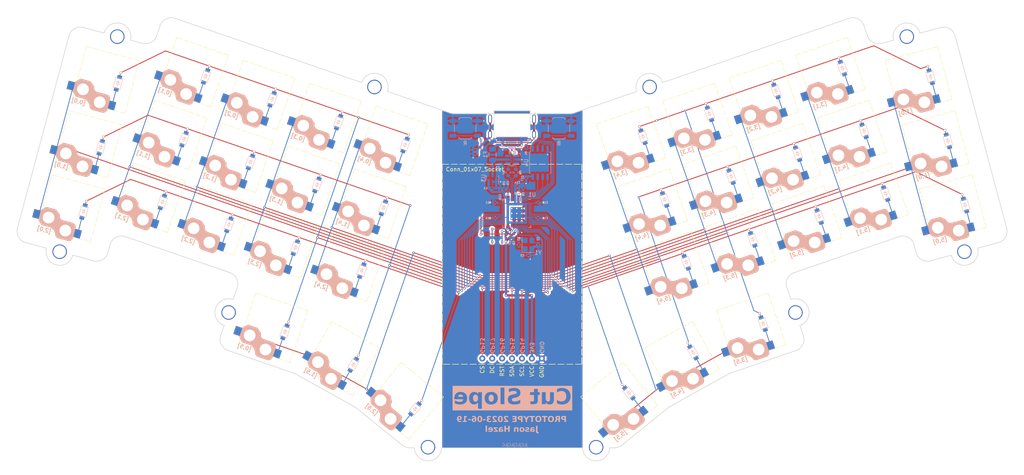
<source format=kicad_pcb>
(kicad_pcb (version 20221018) (generator pcbnew)
  (title_block (title "pcb/cut-slope") (rev "v1.0.0") (company "Unknown"))
  (layers (0 "F.Cu" signal) (31 "B.Cu" signal) (34 "B.Paste" user) (35 "F.Paste" user) (36 "B.SilkS" user "B.Silkscreen") (37 "F.SilkS" user "F.Silkscreen") (38 "B.Mask" user) (39 "F.Mask" user) (44 "Edge.Cuts" user))
  (net 0 "")
  (net 1 "/rp2040/~{USB_BOOT}")
  (net 2 "GND")
  (net 3 "+5V")
  (net 4 "XTAL_IN")
  (net 5 "/rp2040/XTAL_O")
  (net 6 "+3V3")
  (net 7 "+1V1")
  (net 8 "Net-(D1-A)")
  (net 9 "Net-(D2-A)")
  (net 10 "Net-(D3-A)")
  (net 11 "Net-(D4-A)")
  (net 12 "Net-(D5-A)")
  (net 13 "Net-(D6-A)")
  (net 14 "Net-(D7-A)")
  (net 15 "Net-(D8-A)")
  (net 16 "Net-(D9-A)")
  (net 17 "Net-(D10-A)")
  (net 18 "Net-(D11-A)")
  (net 19 "Net-(D12-A)")
  (net 20 "Net-(D13-A)")
  (net 21 "Net-(D14-A)")
  (net 22 "Net-(D15-A)")
  (net 23 "Net-(D16-A)")
  (net 24 "Net-(D17-A)")
  (net 25 "Net-(D18-A)")
  (net 26 "Net-(D19-A)")
  (net 27 "Net-(D20-A)")
  (net 28 "Net-(D21-A)")
  (net 29 "Net-(D22-A)")
  (net 30 "Net-(D23-A)")
  (net 31 "Net-(D24-A)")
  (net 32 "Net-(D25-A)")
  (net 33 "Net-(D26-A)")
  (net 34 "Net-(D27-A)")
  (net 35 "Net-(D28-A)")
  (net 36 "Net-(D29-A)")
  (net 37 "Net-(D30-A)")
  (net 38 "Net-(D31-A)")
  (net 39 "Net-(D32-A)")
  (net 40 "Net-(D33-A)")
  (net 41 "Net-(D34-A)")
  (net 42 "Net-(D35-A)")
  (net 43 "Net-(D36-A)")
  (net 44 "VBUS")
  (net 45 "/rp2040/CC1")
  (net 46 "DBUS+")
  (net 47 "DBUS-")
  (net 49 "/rp2040/CC2")
  (net 51 "/RST")
  (net 52 "/DC")
  (net 53 "XTAL_OUT")
  (net 54 "CS")
  (net 55 "~{RESET}")
  (net 56 "/rp2040/D_+")
  (net 57 "/rp2040/D_-")
  (net 58 "SWCLK")
  (net 59 "SWD")
  (net 60 "SD3")
  (net 61 "QSPI_CLK")
  (net 62 "SD0")
  (net 63 "SD2")
  (net 64 "SD1")
  (net 67 "/SPI1_CS")
  (net 68 "/SPI1_MOSI")
  (net 69 "/SPI1_SCK")
  (net 70 "/col3")
  (net 71 "/col4")
  (net 72 "/col5")
  (net 73 "/SPI1_MISO")
  (net 74 "/row5")
  (net 75 "/row4")
  (net 76 "/row3")
  (net 77 "/row2")
  (net 78 "/row1")
  (net 79 "/row0")
  (net 80 "/col0")
  (net 81 "/col1")
  (net 82 "/col2")
  (net 83 "GNDREF")
  (net 84 "/GP0")
  (net 85 "/GP1")
  (net 86 "/GP2")
  (net 87 "/GP3")
  (net 88 "/GP4")
  (net 89 "/GP5")
  (net 90 "/GP29")
  (net 91 "/GP28")
  (net 92 "/GP27")
  (net 93 "/GP26")
  (net 94 "/GP25")
  (net 95 "/GP24")
  (footprint "0-cut-slope:MountingHole_3.2mm_M3_thinpad" (layer "F.Cu") (at 251.296026 94.920108 19)
    (fp_text reference "H8")
    (fp_text value "MountingHole")
  )
  (footprint "0-cut-slope:MountingHole_3.2mm_M3_thinpad" (layer "F.Cu") (at 100.241965 137.08948 -15)
    (fp_text reference "H1")
    (fp_text value "MountingHole")
  )
  (footprint "0-cut-slope:Choc-1u" (layer "F.Cu") (at 134.5417 91.143001 -19)
    (fp_text reference "SW6")
    (fp_text value "[0,1]")
  )
  (footprint "0-cut-slope:Choc-1u" (layer "F.Cu") (at 188.676583 175.320142 -39)
    (fp_text reference "SW18")
    (fp_text value "[2,5]")
  )
  (footprint "0-cut-slope:MountingHole_3.2mm_M3_thinpad" (layer "F.Cu") (at 194.541088 187.146306 -39)
    (fp_text reference "H5")
    (fp_text value "MountingHole")
  )
  (footprint "0-cut-slope:MountingHole_3.2mm_M3_thinpad" (layer "F.Cu") (at 331.888142 137.089483 15)
    (fp_text reference "H6")
    (fp_text value "MountingHole")
  )
  (footprint "0-cut-slope:Choc-1u" (layer "F.Cu") (at 308.657706 123.290621 19)
    (fp_text reference "SW22")
    (fp_text value "[5,1]")
  )
  (footprint "0-cut-slope:MountingHole_3.2mm_M3_thinpad" (layer "F.Cu") (at 143.501338 152.661605 -19)
    (fp_text reference "H4")
    (fp_text value "MountingHole")
  )
  (footprint "0-cut-slope:Choc-1u" (layer "F.Cu") (at 168.580362 102.863458 -19)
    (fp_text reference "SW12")
    (fp_text value "[0,3]")
  )
  (footprint "0-cut-slope:MountingHole_3.2mm_M3_thinpad" (layer "F.Cu") (at 180.834063 94.920115 -19)
    (fp_text reference "H3")
    (fp_text value "MountingHole")
  )
  (footprint "0-cut-slope:Choc-1u" (layer "F.Cu") (at 291.638379 129.150855 19)
    (fp_text reference "SW25")
    (fp_text value "[5,2]")
  )
  (footprint "0-cut-slope:Choc-1u" (layer "F.Cu") (at 243.453497 175.320166 39)
    (fp_text reference "SW36")
    (fp_text value "[5,5]")
  )
  (footprint "0-cut-slope:MountingHole_3.2mm_M3_thinpad" (layer "F.Cu") (at 317.13546 82.031709 15)
    (fp_text reference "H7")
    (fp_text value "MountingHole")
  )
  (footprint "0-cut-slope:Choc-1u" (layer "F.Cu") (at 140.491728 129.150866 -19)
    (fp_text reference "SW7")
    (fp_text value "[2,2]")
  )
  (footprint "0-cut-slope:Choc-1u" (layer "F.Cu") (at 320.111882 93.139861 15)
    (fp_text reference "SW21")
    (fp_text value "[3,0]")
  )
  (footprint "0-cut-slope:Choc-1u" (layer "F.Cu") (at 274.619051 135.011078 19)
    (fp_text reference "SW28")
    (fp_text value "[5,3]")
  )
  (footprint "0-cut-slope:big ass screen" (layer "F.Cu") (at 216.065044 140.307051)
    (fp_text reference "J2")
    (fp_text value "Conn_01x07_Socket")
  )
  (footprint "0-cut-slope:Choc-1u" (layer "F.Cu") (at 328.911725 125.981329 15)
    (fp_text reference "SW19")
    (fp_text value "[5,0]")
  )
  (footprint "0-cut-slope:Choc-1u" (layer "F.Cu") (at 269.084383 118.937261 19)
    (fp_text reference "SW29")
    (fp_text value "[4,3]")
  )
  (footprint "0-cut-slope:Choc-1u" (layer "F.Cu") (at 297.588375 91.142999 19)
    (fp_text reference "SW24")
    (fp_text value "[3,1]")
  )
  (footprint "0-cut-slope:Choc-1u" (layer "F.Cu") (at 303.123033 107.216817 19)
    (fp_text reference "SW23")
    (fp_text value "[4,1]")
  )
  (footprint "0-cut-slope:Choc-1u" (layer "F.Cu") (at 112.018233 93.139859 -15)
    (fp_text reference "SW3")
    (fp_text value "[0,0]")
  )
  (footprint "0-cut-slope:Choc-1u" (layer "F.Cu") (at 146.026396 113.077049 -19)
    (fp_text reference "SW8")
    (fp_text value "[1,2]")
  )
  (footprint "0-cut-slope:Choc-1u" (layer "F.Cu") (at 277.282533 156.568412 19)
    (fp_text reference "SW34")
    (fp_text value "[3,5]")
  )
  (footprint "0-cut-slope:Choc-1u" (layer "F.Cu") (at 174.530394 140.871316 -19)
    (fp_text reference "SW13")
    (fp_text value "[2,4]")
  )
  (footprint "0-cut-slope:Choc-1u" (layer "F.Cu") (at 280.569066 97.003244 19)
    (fp_text reference "SW27")
    (fp_text value "[3,2]")
  )
  (footprint "0-cut-slope:Choc-1u" (layer "F.Cu") (at 129.007049 107.216835 -19)
    (fp_text reference "SW5")
    (fp_text value "[1,1]")
  )
  (footprint "0-cut-slope:Choc-1u" (layer "F.Cu") (at 185.59969 108.723685 -19)
    (fp_text reference "SW15")
    (fp_text value "[0,4]")
  )
  (footprint "0-cut-slope:Choc-1u" (layer "F.Cu") (at 154.847553 156.56842 -19)
    (fp_text reference "SW16")
    (fp_text value "[0,5]")
  )
  (footprint "0-cut-slope:Choc-1u" (layer "F.Cu") (at 180.065054 124.797501 -19)
    (fp_text reference "SW14")
    (fp_text value "[1,4]")
  )
  (footprint "0-cut-slope:Choc-1u" (layer "F.Cu") (at 172.582372 164.464462 -29)
    (fp_text reference "SW17")
    (fp_text value "[1,5]")
  )
  (footprint "0-jasonhazel-footprints:JLCJLCJLCJLC" (layer "F.Cu") (at 216.721478 186.584255)
    (fp_text reference "JLC1" hide)
    (fp_text value "~" hide)
  )
  (footprint "0-cut-slope:Choc-1u" (layer "F.Cu") (at 252.065048 124.797495 19)
    (fp_text reference "SW32")
    (fp_text value "[4,4]")
  )
  (footprint "0-cut-slope:MountingHole_3.2mm_M3_thinpad" (layer "F.Cu") (at 237.589011 187.146298 39)
    (fp_text reference "H10")
    (fp_text value "MountingHole")
  )
  (footprint "0-cut-slope:Choc-1u" (layer "F.Cu") (at 324.511796 109.560593 15)
    (fp_text reference "SW20")
    (fp_text value "[4,0]")
  )
  (footprint "0-cut-slope:MountingHole_3.2mm_M3_thinpad" (layer "F.Cu") (at 288.628752 152.661592 19)
    (fp_text reference "H9")
    (fp_text value "MountingHole")
  )
  (footprint "0-cut-slope:Choc-1u" (layer "F.Cu") (at 246.530401 108.723684 19)
    (fp_text reference "SW33")
    (fp_text value "[3,4]")
  )
  (footprint "0-cut-slope:Choc-1u" (layer "F.Cu") (at 259.547733 164.464466 29)
    (fp_text reference "SW35")
    (fp_text value "[4,5]")
  )
  (footprint "0-cut-slope:Choc-1u" (layer "F.Cu") (at 163.045691 118.937271 -19)
    (fp_text reference "SW11")
    (fp_text value "[1,3]")
  )
  (footprint "0-cut-slope:Choc-1u" (layer "F.Cu") (at 286.103716 113.077053 19)
    (fp_text reference "SW26")
    (fp_text value "[4,2]")
  )
  (footprint "0-cut-slope:Choc-1u" (layer "F.Cu") (at 107.618302 109.560584 -15)
    (fp_text reference "SW2")
    (fp_text value "[1,0]")
  )
  (footprint "0-cut-slope:Choc-1u" (layer "F.Cu") (at 123.472369 123.290638 -19)
    (fp_text reference "SW4")
    (fp_text value "[2,1]")
  )
  (footprint "0-cut-slope:Choc-1u" (layer "F.Cu") (at 151.561031 97.003235 -19)
    (fp_text reference "SW9")
    (fp_text value "[0,2]")
  )
  (footprint "0-cut-slope:Choc-1u" (layer "F.Cu") (at 257.599689 140.87131 19)
    (fp_text reference "SW31")
    (fp_text value "[5,4]")
  )
  (footprint "0-cut-slope:MountingHole_3.2mm_M3_thinpad" (layer "F.Cu") (at 114.994632 82.031697 -15)
    (fp_text reference "H2")
    (fp_text value "MountingHole")
  )
  (footprint "0-cut-slope:Choc-1u" (layer "F.Cu") (at 263.549711 102.863459 19)
    (fp_text reference "SW30")
    (fp_text value "[3,3]")
  )
  (footprint "0-cut-slope:Choc-1u" (layer "F.Cu") (at 103.218364 125.981326 -15)
    (fp_text reference "SW1")
    (fp_text value "[2,0]")
  )
  (footprint "0-cut-slope:Choc-1u" (layer "F.Cu") (at 157.511043 135.011083 -19)
    (fp_text reference "SW10")
    (fp_text value "[2,3]")
  )
  (footprint "0-cut-slope:D_SOD-123" (layer "B.Cu") (at 137.614641 92.201122 -109)
    (fp_text reference "D6" hide)
    (fp_text value "1N4148W" hide)
  )
  (footprint "0-cut-slope:D_SOD-123" (layer "B.Cu") (at 175.424865 166.040095 -119)
    (fp_text reference "D17" hide)
    (fp_text value "1N4148W" hide)
  )
  (footprint "0-cut-slope:D_SOD-123" (layer "B.Cu") (at 143.564654 130.208963 -109)
    (fp_text reference "D7" hide)
    (fp_text value "1N4148W" hide)
  )
  (footprint "Resistor_SMD:R_0603_1608Metric" (layer "B.Cu") (at 217.065032 116.807023 -90)
    (fp_text reference "R6")
    (fp_text value "27R")
  )
  (footprint "0-cut-slope:D_SOD-123" (layer "B.Cu") (at 188.672667 109.781764 -109)
    (fp_text reference "D15" hide)
    (fp_text value "1N4148W" hide)
  )
  (footprint "0-cut-slope:D_SOD-123" (layer "B.Cu") (at 166.118638 119.995378 -109)
    (fp_text reference "D11" hide)
    (fp_text value "1N4148W" hide)
  )
  (footprint "0-cut-slope:D_SOD-123" (layer "B.Cu") (at 191.202314 177.36544 -129)
    (fp_text reference "D18" hide)
    (fp_text value "1N4148W" hide)
  )
  (footprint "0-cut-slope:D_SOD-123" (layer "B.Cu") (at 289.176661 112.018952 -71)
    (fp_text reference "D26" hide)
    (fp_text value "1N4148W" hide)
  )
  (footprint "0-cut-slope:C_0402_1005Metric" (layer "B.Cu") (at 220.26504 138.057039 180)
    (fp_text reference "C3")
    (fp_text value "22pF")
  )
  (footprint "0-cut-slope:SW_SPST_TL3342" (layer "B.Cu") (at 228.06505 105.507053)
    (fp_text reference "BOOT1")
    (fp_text value "B")
  )
  (footprint "0-cut-slope:SW_SPST_TL3342" (layer "B.Cu") (at 204.065065 105.507051)
    (fp_text reference "RESET1")
    (fp_text value "R")
  )
  (footprint "0-cut-slope:D_SOD-123" (layer "B.Cu") (at 332.050996 125.140162 -75)
    (fp_text reference "D19" hide)
    (fp_text value "1N4148W" hide)
  )
  (footprint "0-cut-slope:D_SOD-123" (layer "B.Cu") (at 327.651047 108.719412 -75)
    (fp_text reference "D20" hide)
    (fp_text value "1N4148W" hide)
  )
  (footprint "0-cut-slope:D_SOD-123" (layer "B.Cu") (at 126.545324 124.348734 -109)
    (fp_text reference "D4" hide)
    (fp_text value "1N4148W" hide)
  )
  (footprint "0-cut-slope:D_SOD-123" (layer "B.Cu") (at 272.157305 117.879175 -71)
    (fp_text reference "D29" hide)
    (fp_text value "1N4148W" hide)
  )
  (footprint "0-cut-slope:D_SOD-123" (layer "B.Cu") (at 115.157482 93.980998 -105)
    (fp_text reference "D3" hide)
    (fp_text value "1N4148W" hide)
  )
  (footprint "0-cut-slope:D_SOD-123" (layer "B.Cu") (at 311.730637 122.232548 -71)
    (fp_text reference "D22" hide)
    (fp_text value "1N4148W" hide)
  )
  (footprint "0-cut-slope:R_0402_1005Metric" (layer "B.Cu") (at 217.565033 110.507028 -90)
    (fp_text reference "R2")
    (fp_text value "5.1k")
  )
  (footprint "0-cut-slope:D_SOD-123" (layer "B.Cu") (at 157.920499 157.626532 -109)
    (fp_text reference "D16" hide)
    (fp_text value "1N4148W" hide)
  )
  (footprint "0-cut-slope:D_SOD-123" (layer "B.Cu") (at 300.661311 90.084917 -71)
    (fp_text reference "D24" hide)
    (fp_text value "1N4148W" hide)
  )
  (footprint "0-cut-slope:D_SOD-123" (layer "B.Cu") (at 132.079995 108.274908 -109)
    (fp_text reference "D5" hide)
    (fp_text value "1N4148W" hide)
  )
  (footprint "0-cut-slope:D_SOD-123" (layer "B.Cu") (at 149.099307 114.135132 -109)
    (fp_text reference "D8" hide)
    (fp_text value "1N4148W" hide)
  )
  (footprint "0-cut-slope:D_SOD-123" (layer "B.Cu") (at 262.390247 162.888828 -61)
    (fp_text reference "D35" hide)
    (fp_text value "1N4148W" hide)
  )
  (footprint "Resistor_SMD:R_0402_1005Metric" (layer "B.Cu") (at 206.604366 112.021469 180)
    (fp_text reference "R_Shield1" hide)
    (fp_text value "1M")
  )
  (footprint "0-cut-slope:D_SOD-123" (layer "B.Cu") (at 183.137972 125.855602 -109)
    (fp_text reference "D14" hide)
    (fp_text value "1N4148W" hide)
  )
  (footprint "0-cut-slope:C_0402_1005Metric" (layer "B.Cu") (at 211.765042 128.507041 180)
    (fp_text reference "C15")
    (fp_text value "100nF")
  )
  (footprint "0-cut-slope:C_0402_1005Metric" (layer "B.Cu") (at 219.665054 118.307027 -90)
    (fp_text reference "C17")
    (fp_text value "100nF")
  )
  (footprint "0-cut-slope:RP2040-QFN-56" (layer "B.Cu") (at 217.265041 127.307054 180)
    (fp_text reference "U1")
    (fp_text value "RP2040")
  )
  (footprint "0-cut-slope:D_SOD-123" (layer "B.Cu") (at 249.603326 107.665586 -71)
    (fp_text reference "D33" hide)
    (fp_text value "1N4148W" hide)
  )
  (footprint "0-cut-slope:C_0402_1005Metric" (layer "B.Cu") (at 222.76507 124.507042)
    (fp_text reference "C12")
    (fp_text value "100nF")
  )
  (footprint "0-cut-slope:C_0402_1005Metric" (layer "B.Cu") (at 217.415049 120.307047)
    (fp_text reference "C14")
    (fp_text value "100nF")
  )
  (footprint "Package_SO:SOIC-8_5.23x5.23mm_P1.27mm" (layer "B.Cu") (at 223.265042 114.307024 -90)
    (fp_text reference "U4")
    (fp_text value "W25Q128JVS")
  )
  (footprint "0-cut-slope:C_0402_1005Metric" (layer "B.Cu") (at 217.415036 121.307024)
    (fp_text reference "C13")
    (fp_text value "100nF")
  )
  (footprint "0-cut-slope:D_SOD-123" (layer "B.Cu") (at 280.355465 155.510291 -71)
    (fp_text reference "D34" hide)
    (fp_text value "1N4148W" hide)
  )
  (footprint "0-cut-slope:C_0402_1005Metric" (layer "B.Cu") (at 213.01504 121.307051 90)
    (fp_text reference "C10")
    (fp_text value "100nF")
  )
  (footprint "Resistor_SMD:R_0603_1608Metric" (layer "B.Cu") (at 215.065038 116.807047 -90)
    (fp_text reference "R7")
    (fp_text value "27R")
  )
  (footprint "0-cut-slope:D_SOD-123" (layer "B.Cu") (at 277.691976 133.95299 -71)
    (fp_text reference "D28" hide)
    (fp_text value "1N4148W" hide)
  )
  (footprint "0-cut-slope:C_0402_1005Metric" (layer "B.Cu") (at 222.765064 128.507048)
    (fp_text reference "C16")
    (fp_text value "100nF")
  )
  (footprint "0-cut-slope:R_0402_1005Metric" (layer "B.Cu") (at 214.515049 133.057039 90)
    (fp_text reference "R5")
    (fp_text value "10k")
  )
  (footprint "0-cut-slope:R_0402_1005Metric" (layer "B.Cu") (at 217.765049 135.307042 90)
    (fp_text reference "R3")
    (fp_text value "1k")
  )
  (footprint "0-cut-slope:D_SOD-123" (layer "B.Cu") (at 306.195997 106.158718 -71)
    (fp_text reference "D23" hide)
    (fp_text value "1N4148W" hide)
  )
  (footprint "0-cut-slope:Molex-216990_GCT-USB45xx_HRO-TYPE-C-31-M-13x" (layer "B.Cu") (at 216.065044 101.007036)
    (fp_text reference "J1")
    (fp_text value "USB_C")
    (fp_line (start -4.62 0) (end -4.62 6.7) (stroke (width 0.12)) (layer "Edge.Cuts"))
    (fp_line (start -4.62 0) (end 4.62 0) (stroke (width 0.12)) (layer "Edge.Cuts"))
    (fp_line (start -4.02 6.7) (end 4.02 6.7) (stroke (width 0.12)) (layer "Edge.Cuts"))
    (fp_line (start 4.62 6.7) (end 4.62 0) (stroke (width 0.12)) (layer "Edge.Cuts"))
    (fp_arc (start -4.02 6.7) (mid -4.32 7) (end -4.62 6.7) (stroke (width 0.12)) (layer "Edge.Cuts"))
    (fp_arc (start 4.62 6.7) (mid 4.32 7) (end 4.02 6.7) (stroke (width 0.12)) (layer "Edge.Cuts"))
  )
  (footprint "0-cut-slope:C_0402_1005Metric" (layer "B.Cu") (at 216.515048 133.057025 -90)
    (fp_text reference "C8")
    (fp_text value "100nF")
  )
  (footprint "0-cut-slope:D_SOD-123" (layer "B.Cu") (at 283.641976 95.945134 -71)
    (fp_text reference "D27" hide)
    (fp_text value "1N4148W" hide)
  )
  (footprint "0-cut-slope:C_0402_1005Metric" (layer "B.Cu") (at 215.015059 121.307035 90)
    (fp_text reference "C5")
    (fp_text value "1uF")
  )
  (footprint "Fuse:Fuse_1206_3216Metric" (layer "B.Cu") (at 211.065046 112.257031 -90)
    (fp_text reference "F1")
    (fp_text value "500mA")
  )
  (footprint "Capacitor_SMD:C_0402_1005Metric" (layer "B.Cu") (at 206.604366 111.009831)
    (fp_text reference "C_Shield1" hide)
    (fp_text value "4.7n")
  )
  (footprint "0-cut-slope:C_0402_1005Metric" (layer "B.Cu") (at 222.765038 135.307046 90)
    (fp_text reference "C2")
    (fp_text value "22pF")
  )
  (footprint "0-cut-slope:R_0402_1005Metric" (layer "B.Cu") (at 214.56505 110.507045 -90)
    (fp_text reference "R1")
    (fp_text value "5.1k")
  )
  (footprint "0-cut-slope:D_SOD-123" (layer "B.Cu") (at 154.633963 98.061325 -109)
    (fp_text reference "D9" hide)
    (fp_text value "1N4148W" hide)
  )
  (footprint "0-cut-slope:D_SOD-123" (layer "B.Cu") (at 294.711321 128.092772 -71)
    (fp_text reference "D25" hide)
    (fp_text value "1N4148W" hide)
  )
  (footprint "0-cut-slope:D_SOD-123" (layer "B.Cu") (at 266.622665 101.805369 -71)
    (fp_text reference "D30" hide)
    (fp_text value "1N4148W" hide)
  )
  (footprint "0-cut-slope:D_SOD-123" (layer "B.Cu") (at 323.251136 92.298672 -75)
    (fp_text reference "D21" hide)
    (fp_text value "1N4148W" hide)
  )
  (footprint "0-cut-slope:C_0402_1005Metric" (layer "B.Cu") (at 214.015039 121.307038 90)
    (fp_text reference "C9")
    (fp_text value "100nF")
  )
  (footprint "0-cut-slope:D_SOD-123" (layer "B.Cu") (at 177.603322 141.929401 -109)
    (fp_text reference "D13" hide)
    (fp_text value "1N4148W" hide)
  )
  (footprint "0-cut-slope:D_SOD-123" (layer "B.Cu") (at 171.653299 103.921572 -109)
    (fp_text reference "D12" hide)
    (fp_text value "1N4148W" hide)
  )
  (footprint "0-cut-slope:C_0402_1005Metric" (layer "B.Cu") (at 215.515051 133.057031 -90)
    (fp_text reference "C7")
    (fp_text value "100nF")
  )
  (footprint "Package_TO_SOT_SMD:SOT-23" (layer "B.Cu") (at 211.065048 118.257047 90)
    (fp_text reference "U3")
    (fp_text value "XC6206")
  )
  (footprint "0-cut-slope:D_SOD-123" (layer "B.Cu") (at 160.584009 136.069181 -109)
    (fp_text reference "D10" hide)
    (fp_text value "1N4148W" hide)
  )
  (footprint "0-cut-slope:D_SOD-123" (layer "B.Cu") (at 110.757561 110.401763 -105)
    (fp_text reference "D2" hide)
    (fp_text value "1N4148W" hide)
  )
  (footprint "0-cut-slope:D_SOD-123" (layer "B.Cu") (at 106.357633 126.822518 -105)
    (fp_text reference "D1" hide)
    (fp_text value "1N4148W" hide)
  )
  (footprint "0-cut-slope:D_SOD-123" (layer "B.Cu") (at 255.137997 123.739423 -71)
    (fp_text reference "D32" hide)
    (fp_text value "1N4148W" hide)
  )
  (footprint "Crystal:Crystal_SMD_3225-4Pin_3.2x2.5mm" (layer "B.Cu") (at 220.26504 135.307058 90)
    (fp_text reference "Y1")
    (fp_text value "12MHz")
  )
  (footprint "0-cut-slope:SOT-23-6-routable" (layer "B.Cu") (at 216.065055 113.507019 180)
    (fp_text reference "U2")
    (fp_text value "SRV05-4")
  )
  (footprint "0-cut-slope:C_0402_1005Metric" (layer "B.Cu") (at 210.565044 115.507018)
    (fp_text reference "C1")
    (fp_text value "1uF")
  )
  (footprint "0-cut-slope:C_0402_1005Metric" (layer "B.Cu") (at 211.765056 124.507059 180)
    (fp_text reference "C11")
    (fp_text value "100nF")
  )
  (footprint "0-cut-slope:C_0402_1005Metric" (layer "B.Cu") (at 211.065038 120.857012 180)
    (fp_text reference "C4")
    (fp_text value "1uF")
  )
  (footprint "0-cut-slope:D_SOD-123" (layer "B.Cu") (at 260.67264 139.813204 -71)
    (fp_text reference "D31" hide)
    (fp_text value "1N4148W" hide)
  )
  (footprint "0-cut-slope:R_0402_1005Metric" (layer "B.Cu") (at 219.665038 110.307051 -90)
    (fp_text reference "R4")
    (fp_text value "1k")
  )
  (footprint "0-cut-slope:D_SOD-123" (layer "B.Cu") (at 245.979228 173.274866 -51)
    (fp_text reference "D36" hide)
    (fp_text value "1N4148W" hide)
  )
  (footprint "0-cut-slope:C_0402_1005Metric" (layer "B.Cu") (at 218.915044 120.80706 90)
    (fp_text reference "C6")
    (fp_text value "100nF")
  )
  (gr_arc (start 111.61391 81.125837) (mid 115.900488 78.650986) (end 118.375366 82.937564) (stroke (width 0.15)) (layer "Edge.Cuts"))
  (gr_line (start 244.172307 186.640621) (end 256.014042 177.051328) (stroke (width 0.15)) (layer "Edge.Cuts"))
  (gr_arc (start 201.191984 101.757042) (mid 200.696848 101.715896) (end 200.215292 101.593594) (stroke (width 0.15)) (layer "Edge.Cuts"))
  (gr_arc (start 302.35401 77.33944) (mid 304.645859 77.47958) (end 306.167296 79.199288) (stroke (width 0.15)) (layer "Edge.Cuts"))
  (gr_arc (start 91.548625 134.760099) (mid 89.727 133.362335) (end 89.427315 131.085884) (stroke (width 0.15)) (layer "Edge.Cuts"))
  (gr_arc (start 198.037299 187.309179) (mid 194.54109 190.64631) (end 191.044872 187.309177) (stroke (width 0.15)) (layer "Edge.Cuts"))
  (gr_line (start 125.962809 79.199275) (end 125.054208 81.837968) (stroke (width 0.15)) (layer "Edge.Cuts"))
  (gr_line (start 121.44122 83.759065) (end 118.375366 82.937564) (stroke (width 0.15)) (layer "Edge.Cuts"))
  (gr_line (start 256.447597 176.758904) (end 271.61684 168.350468) (stroke (width 0.15)) (layer "Edge.Cuts"))
  (gr_line (start 254.605322 93.780602) (end 302.354012 77.33944) (stroke (width 0.15)) (layer "Edge.Cuts"))
  (gr_arc (start 112.609517 137.297544) (mid 111.21173 139.119155) (end 108.935274 139.418843) (stroke (width 0.15)) (layer "Edge.Cuts"))
  (gr_line (start 230.938111 101.757021) (end 201.191978 101.757044) (stroke (width 0.15)) (layer "Edge.Cuts"))
  (gr_arc (start 142.361875 155.970923) (mid 140.192008 151.522116) (end 144.64083 149.352273) (stroke (width 0.15)) (layer "Edge.Cuts"))
  (gr_arc (start 247.986694 96.059592) (mid 250.156521 91.610793) (end 254.605322 93.780602) (stroke (width 0.15)) (layer "Edge.Cuts"))
  (gr_arc (start 231.914806 101.593586) (mid 231.433249 101.715886) (end 230.938111 101.757021) (stroke (width 0.15)) (layer "Edge.Cuts"))
  (gr_line (start 242.284329 187.309153) (end 241.085221 187.309177) (stroke (width 0.15)) (layer "Edge.Cuts"))
  (gr_line (start 286.431173 146.27935) (end 287.489254 149.352289) (stroke (width 0.15)) (layer "Edge.Cuts"))
  (gr_line (start 231.914806 101.593586) (end 247.986693 96.059598) (stroke (width 0.15)) (layer "Edge.Cuts"))
  (gr_line (start 144.64083 149.352273) (end 145.698922 146.279321) (stroke (width 0.15)) (layer "Edge.Cuts"))
  (gr_line (start 325.828791 79.702338) (end 320.516195 81.125826) (stroke (width 0.15)) (layer "Edge.Cuts"))
  (gr_arc (start 325.828783 79.702334) (mid 328.105238 80.002028) (end 329.503014 81.823652) (stroke (width 0.15)) (layer "Edge.Cuts"))
  (gr_arc (start 271.616861 168.350484) (mid 271.85108 168.233702) (end 272.094582 168.137764) (stroke (width 0.15)) (layer "Edge.Cuts"))
  (gr_arc (start 189.845773 187.309184) (mid 188.844342 187.137117) (end 187.9578 186.640621) (stroke (width 0.15)) (layer "Edge.Cuts"))
  (gr_line (start 318.983238 135.292111) (end 319.520558 137.297524) (stroke (width 0.15)) (layer "Edge.Cuts"))
  (gr_arc (start 315.108766 133.23201) (mid 317.493878 133.419726) (end 318.983238 135.292111) (stroke (width 0.15)) (layer "Edge.Cuts"))
  (gr_arc (start 286.431176 146.279351) (mid 286.57135 143.987541) (end 288.291007 142.466092) (stroke (width 0.15)) (layer "Edge.Cuts"))
  (gr_line (start 91.548615 134.760095) (end 96.861215 136.183615) (stroke (width 0.15)) (layer "Edge.Cuts"))
  (gr_line (start 335.26887 136.183612) (end 340.581483 134.760091) (stroke (width 0.15)) (layer "Edge.Cuts"))
  (gr_arc (start 335.268874 136.183616) (mid 332.794013 140.470169) (end 328.507389 137.995339) (stroke (width 0.15)) (layer "Edge.Cuts"))
  (gr_line (start 184.143374 96.059589) (end 200.215292 101.593594) (stroke (width 0.15)) (layer "Edge.Cuts"))
  (gr_arc (start 244.172307 186.640621) (mid 243.285761 187.137118) (end 242.284329 187.309153) (stroke (width 0.15)) (layer "Edge.Cuts"))
  (gr_arc (start 125.962809 79.199275) (mid 127.484249 77.479605) (end 129.776058 77.339432) (stroke (width 0.15)) (layer "Edge.Cuts"))
  (gr_line (start 323.194797 139.418853) (end 328.507389 137.995339) (stroke (width 0.15)) (layer "Edge.Cuts"))
  (gr_line (start 288.291007 142.466092) (end 315.108771 133.232005) (stroke (width 0.15)) (layer "Edge.Cuts"))
  (gr_line (start 272.094582 168.137764) (end 288.803704 162.384325) (stroke (width 0.15)) (layer "Edge.Cuts"))
  (gr_arc (start 256.014042 177.051328) (mid 256.224434 176.895649) (end 256.447597 176.758904) (stroke (width 0.15)) (layer "Edge.Cuts"))
  (gr_line (start 143.326381 162.384364) (end 160.035506 168.137743) (stroke (width 0.15)) (layer "Edge.Cuts"))
  (gr_arc (start 113.146859 135.292112) (mid 114.636224 133.419713) (end 117.021355 133.232021) (stroke (width 0.15)) (layer "Edge.Cuts"))
  (gr_line (start 191.044872 187.309177) (end 189.845773 187.309184) (stroke (width 0.15)) (layer "Edge.Cuts"))
  (gr_line (start 129.776058 77.339432) (end 177.524754 93.780633) (stroke (width 0.15)) (layer "Edge.Cuts"))
  (gr_arc (start 143.326384 162.384362) (mid 141.606663 160.862919) (end 141.46653 158.571094) (stroke (width 0.15)) (layer "Edge.Cuts"))
  (gr_arc (start 102.627075 81.823667) (mid 104.024849 80.002045) (end 106.301302 79.702323) (stroke (width 0.15)) (layer "Edge.Cuts"))
  (gr_arc (start 143.839073 142.466088) (mid 145.558743 143.987521) (end 145.698922 146.279321) (stroke (width 0.15)) (layer "Edge.Cuts"))
  (gr_line (start 329.503014 81.823652) (end 342.702792 131.085878) (stroke (width 0.15)) (layer "Edge.Cuts"))
  (gr_arc (start 287.489255 149.352287) (mid 291.938126 151.522148) (end 289.768233 155.970916) (stroke (width 0.15)) (layer "Edge.Cuts"))
  (gr_arc (start 175.682496 176.758917) (mid 175.905641 176.895661) (end 176.116011 177.051342) (stroke (width 0.15)) (layer "Edge.Cuts"))
  (gr_arc (start 103.622685 137.995323) (mid 99.33612 140.470204) (end 96.861215 136.183615) (stroke (width 0.15)) (layer "Edge.Cuts"))
  (gr_line (start 141.46653 158.571094) (end 142.361874 155.970927) (stroke (width 0.15)) (layer "Edge.Cuts"))
  (gr_arc (start 160.035506 168.137743) (mid 160.279017 168.233658) (end 160.513228 168.350455) (stroke (width 0.15)) (layer "Edge.Cuts"))
  (gr_arc (start 241.085222 187.309184) (mid 237.589015 190.646287) (end 234.092786 187.309181) (stroke (width 0.15)) (layer "Edge.Cuts"))
  (gr_line (start 313.754723 82.937551) (end 310.688864 83.759058) (stroke (width 0.15)) (layer "Edge.Cuts"))
  (gr_line (start 111.613909 81.125837) (end 106.301302 79.702323) (stroke (width 0.15)) (layer "Edge.Cuts"))
  (gr_arc (start 177.524753 93.780634) (mid 181.973548 91.610812) (end 184.143371 96.059589) (stroke (width 0.15)) (layer "Edge.Cuts"))
  (gr_line (start 112.609517 137.297542) (end 113.14686 135.292113) (stroke (width 0.15)) (layer "Edge.Cuts"))
  (gr_line (start 307.075841 81.837975) (end 306.167296 79.199288) (stroke (width 0.15)) (layer "Edge.Cuts"))
  (gr_arc (start 342.702792 131.085878) (mid 342.403096 133.362321) (end 340.581483 134.760091) (stroke (width 0.15)) (layer "Edge.Cuts"))
  (gr_arc (start 313.75472 82.937549) (mid 316.229598 78.650986) (end 320.516195 81.125826) (stroke (width 0.15)) (layer "Edge.Cuts"))
  (gr_arc (start 125.054208 81.837968) (mid 123.626078 83.51009) (end 121.44122 83.759065) (stroke (width 0.15)) (layer "Edge.Cuts"))
  (gr_line (start 117.021355 133.232021) (end 143.839073 142.466088) (stroke (width 0.15)) (layer "Edge.Cuts"))
  (gr_line (start 103.622684 137.995325) (end 108.935274 139.418843) (stroke (width 0.15)) (layer "Edge.Cuts"))
  (gr_line (start 234.092786 187.309181) (end 198.037296 187.30918) (stroke (width 0.15)) (layer "Edge.Cuts"))
  (gr_arc (start 323.194797 139.418853) (mid 320.918354 139.119131) (end 319.520558 137.297524) (stroke (width 0.15)) (layer "Edge.Cuts"))
  (gr_arc (start 290.66355 158.571108) (mid 290.523344 160.862885) (end 288.803704 162.384325) (stroke (width 0.15)) (layer "Edge.Cuts"))
  (gr_line (start 176.116011 177.051342) (end 187.9578 186.640621) (stroke (width 0.15)) (layer "Edge.Cuts"))
  (gr_line (start 89.427315 131.085884) (end 102.627075 81.823667) (stroke (width 0.15)) (layer "Edge.Cuts"))
  (gr_line (start 289.768233 155.970916) (end 290.663556 158.571115) (stroke (width 0.15)) (layer "Edge.Cuts"))
  (gr_arc (start 310.688864 83.759058) (mid 308.504011 83.510092) (end 307.075841 81.837975) (stroke (width 0.15)) (layer "Edge.Cuts"))
  (gr_line (start 160.513228 168.350455) (end 175.682496 176.758917) (stroke (width 0.15)) (layer "Edge.Cuts"))
  (gr_text "Cut Slope" (at 216.163025 174.475031) (layer "B.SilkS" knockout) (effects (font (size 4 4) (thickness 0.3) bold) (justify mirror)))
  (gr_text "PROTOTYPE 2023-06-19\nJason Hazel" (at 215.946279 181.324189) (layer "B.SilkS") (effects (font (size 1.5 1.5) (thickness 0.3) bold) (justify mirror)))
  (segment (start 221.358938 109.241114) (end 222.054899 108.54515) (width 0.2) (layer "B.Cu") (net 1))
  (segment (start 219.665048 109.797052) (end 220.22095 109.241122) (width 0.2) (layer "B.Cu") (net 1))
  (segment (start 224.915051 107.407056) (end 231.215039 107.407045) (width 0.2) (layer "B.Cu") (net 1))
  (segment (start 223.776944 108.54516) (end 224.915051 107.407056) (width 0.2) (layer "B.Cu") (net 1))
  (segment (start 220.22095 109.241122) (end 221.358938 109.241114) (width 0.2) (layer "B.Cu") (net 1))
  (segment (start 222.054899 108.54515) (end 223.776944 108.54516) (width 0.2) (layer "B.Cu") (net 1))
  (segment (start 212.062143 108.520997) (end 212.060686 108.519569) (width 0.6) (layer "F.Cu") (net 2))
  (segment (start 215.990032 128.582044) (end 218.540032 128.582056) (width 0.6) (layer "F.Cu") (net 2))
  (segment (start 217.265041 126.032038) (end 217.265044 128.582041) (width 0.6) (layer "F.Cu") (net 2))
  (segment (start 218.540027 127.307026) (end 215.990038 127.30706) (width 0.6) (layer "F.Cu") (net 2))
  (segment (start 215.990038 126.032039) (end 218.540032 128.582056) (width 0.6) (layer "F.Cu") (net 2))
  (segment (start 215.990032 128.582044) (end 218.540016 126.032044) (width 0.6) (layer "F.Cu") (net 2))
  (segment (start 220.155851 108.521017) (end 212.062143 108.520997) (width 0.6) (layer "F.Cu") (net 2))
  (segment (start 215.990038 126.032039) (end 218.540016 126.032044) (width 0.6) (layer "F.Cu") (net 2))
  (segment (start 215.990038 126.032039) (end 215.990032 128.582044) (width 0.6) (layer "F.Cu") (net 2))
  (segment (start 218.540016 126.032044) (end 218.540032 128.582056) (width 0.6) (layer "F.Cu") (net 2))
  (via (at 218.461335 111.020027) (size 0.5) (drill 0.3) (layers "F.Cu" "B.Cu") (net 2))
  (via (at 220.155851 108.521017) (size 0.5) (drill 0.3) (layers "F.Cu" "B.Cu") (net 2))
  (via (at 209.191827 115.509532) (size 0.5) (drill 0.3) (layers "F.Cu" "B.Cu") (net 2))
  (via (at 210.362594 128.502164) (size 0.5) (drill 0.3) (layers "F.Cu" "B.Cu") (net 2))
  (via (at 220.73051 139.013451) (size 0.6) (drill 0.3) (layers "F.Cu" "B.Cu") (net 2))
  (via (at 224.154913 128.513878) (size 0.5) (drill 0.3) (layers "F.Cu" "B.Cu") (net 2))
  (via (at 213.144296 119.194549) (size 0.5) (drill 0.3) (layers "F.Cu" "B.Cu") (net 2))
  (via (at 224.161854 124.515207) (size 0.5) (drill 0.3) (layers "F.Cu" "B.Cu") (net 2))
  (via (at 213.664844 111.024152) (size 0.5) (drill 0.3) (layers "F.Cu" "B.Cu") (net 2))
  (via (at 208.847542 103.619694) (size 0.6) (drill 0.3) (layers "F.Cu" "B.Cu") (net 2))
  (via (at 218.55123 132.164168) (size 0.6) (drill 0.3) (layers "F.Cu" "B.Cu") (net 2))
  (via (at 223.335731 103.608733) (size 0.6) (drill 0.3) (layers "F.Cu" "B.Cu") (net 2))
  (via (at 206.09076 113.023118) (size 0.6) (drill 0.3) (layers "F.Cu" "B.Cu") (net 2))
  (via (at 225.168637 112.24794) (size 0.5) (drill 0.3) (layers "F.Cu" "B.Cu") (net 2))
  (via (at 210.35796 124.503496) (size 0.5) (drill 0.3) (layers "F.Cu" "B.Cu") (net 2))
  (via (at 218.06257 133.594883) (size 0.5) (drill 0.3) (layers "F.Cu" "B.Cu") (net 2))
  (via (at 212.060686 108.519569) (size 0.5) (drill 0.3) (layers "F.Cu" "B.Cu") (net 2))
  (via (at 218.56837 113.516312) (size 0.5) (drill 0.3) (layers "F.Cu" "B.Cu") (net 2))
  (via (at 219.65939 119.632897) (size 0.5) (drill 0.3) (layers "F.Cu" "B.Cu") (net 2))
  (segment (start 216.51505 133.537052) (end 215.51504 133.537034) (width 0.6) (layer "B.Cu") (net 2))
  (segment (start 208.834897 103.607047) (end 208.847542 103.619694) (width 0.6) (layer "B.Cu") (net 2))
  (segment (start 212.015035 119.194519) (end 213.144287 119.194543) (width 0.6) (layer "B.Cu") (net 2))
  (segment (start 207.215053 103.607058) (end 200.915057 103.60705) (width 0.6) (layer "B.Cu") (net 2))
  (segment (start 219.65939 119.632897) (end 218.569199 119.632897) (width 0.6) (layer "B.Cu") (net 2))
  (segment (start 221.73506 135.787055) (end 221.115065 136.407028) (width 0.6) (layer "B.Cu") (net 2))
  (segment (start 218.55123 132.164168) (end 218.265035 131.877975) (width 0.2) (layer "B.Cu") (net 2))
  (segment (start 224.153685 124.507047) (end 224.161854 124.515207) (width 0.6) (layer "B.Cu") (net 2))
  (segment (start 212.005953 120.827019) (end 211.575029 120.82704) (width 0.6) (layer "B.Cu") (net 2))
  (segment (start 206.094366 113.019512) (end 206.09076 113.023118) (width 0.6) (layer "B.Cu") (net 2))
  (segment (start 222.765046 135.787039) (end 221.73506 135.787055) (width 0.6) (layer "B.Cu") (net 2))
  (segment (start 211.575029 120.82704) (end 211.545047 120.857034) (width 0.6) (layer "B.Cu") (net 2))
  (segment (start 219.891865 108.257038) (end 220.155851 108.521017) (width 0.6) (layer "B.Cu") (net 2))
  (segment (start 218.55908 113.507044) (end 218.56837 113.516312) (width 0.6) (layer "B.Cu") (net 2))
  (segment (start 217.895036 120.32706) (end 218.915044 120.32706) (width 0.6) (layer "B.Cu") (net 2))
  (segment (start 210.085041 115.507032) (end 209.194311 115.50702) (width 0.6) (layer "B.Cu") (net 2))
  (segment (start 217.240045 113.507032) (end 218.55908 113.507044) (width 0.6) (layer "B.Cu") (net 2))
  (segment (start 212.865046 108.257039) (end 212.323209 108.257036) (width 0.6) (layer "B.Cu") (net 2))
  (segment (start 210.367468 128.507041) (end 210.362594 128.502164) (width 0.6) (layer "B.Cu") (net 2))
  (segment (start 225.170044 110.707039) (end 225.170041 112.246532) (width 0.6) (layer "B.Cu") (net 2))
  (segment (start 207.215053 103.607058) (end 208.834897 103.607047) (width 0.6) (layer "B.Cu") (net 2))
  (segment (start 218.569199 119.632897) (end 217.895049 120.307047) (width 0.6) (layer "B.Cu") (net 2))
  (segment (start 220.745033 136.777045) (end 221.115065 136.407028) (width 0.6) (layer "B.Cu") (net 2))
  (segment (start 210.361523 124.507055) (end 210.35796 124.503496) (width 0.6) (layer "B.Cu") (net 2))
  (segment (start 214.56505 111.017026) (end 213.671947 111.017048) (width 0.6) (layer "B.Cu") (net 2))
  (segment (start 211.285061 124.507048) (end 210.361523 124.507055) (width 0.6) (layer "B.Cu") (net 2))
  (segment (start 218.265035 131.877975) (end 218.265042 130.744544) (width 0.2) (layer "B.Cu") (net 2))
  (segment (start 217.565049 111.017034) (end 218.45834 111.017039) (width 0.6) (layer "B.Cu") (net 2))
  (segment (start 206.094366 112.021469) (end 206.094366 113.019512) (width 0.6) (layer "B.Cu") (net 2))
  (segment (start 224.915052 103.607045) (end 231.215049 103.607048) (width 0.6) (layer "B.Cu") (net 2))
  (segment (start 206.124366 111.009831) (end 206.124366 111.991469) (width 0.6) (layer "B.Cu") (net 2))
  (segment (start 209.194311 115.50702) (end 209.191827 115.509532) (width 0.6) (layer "B.Cu") (net 2))
  (segment (start 223.245062 124.507038) (end 224.153685 124.507047) (width 0.6) (layer "B.Cu") (net 2))
  (segment (start 213.671947 111.017048) (end 213.664844 111.024152) (width 0.6) (layer "B.Cu") (net 2))
  (segment (start 219.265044 108.257035) (end 219.891865 108.257038) (width 0.6) (layer "B.Cu") (net 2))
  (segment (start 219.665054 119.627233) (end 219.65939 119.632897) (width 0.6) (layer "B.Cu") (net 2))
  (segment (start 215.51504 133.537034) (end 215.515046 133.537033) (width 0.6) (layer "B.Cu") (net 2))
  (segment (start 218.45834 111.017039) (end 218.461335 111.020027) (width 0.6) (layer "B.Cu") (net 2))
  (segment (start 212.323209 108.257036) (end 212.060686 108.519569) (width 0.6) (layer "B.Cu") (net 2))
  (segment (start 221.129872 136.407052) (end 221.115049 136.407052) (width 0.6) (layer "B.Cu") (net 2))
  (segment (start 212.015035 119.194519) (end 212.015037 120.817953) (width 0.6) (layer "B.Cu") (net 2))
  (segment (start 217.895036 121.307024) (end 217.895036 120.32706) (width 0.6) (layer "B.Cu") (net 2))
  (segment (start 223.24504 124.507037) (end 223.245048 124.507027) (width 0.6) (layer "B.Cu") (net 2))
  (segment (start 211.285055 128.50705) (end 211.285057 128.507052) (width 0.6) (layer "B.Cu") (net 2))
  (segment (start 225.170041 112.246532) (end 225.168637 112.24794) (width 0.6) (layer "B.Cu") (net 2))
  (segment (start 219.665054 118.787027) (end 219.665054 119.627233) (width 0.6) (layer "B.Cu") (net 2))
  (segment (start 220.74504 138.057039) (end 220.74504 138.998921) (width 0.6) (layer "B.Cu") (net 2))
  (segment (start 206.124366 111.991469) (end 206.094366 112.021469) (width 0.6) (layer "B.Cu") (net 2))
  (segment (start 220.74504 138.998921) (end 220.73051 139.013451) (width 0.6) (layer "B.Cu") (net 2))
  (segment (start 224.915052 103.607045) (end 223.337412 103.607052) (width 0.6) (layer "B.Cu") (net 2))
  (segment (start 223.245057 128.50705) (end 224.148082 128.507049) (width 0.6) (layer "B.Cu") (net 2))
  (segment (start 220.74506 138.057046) (end 220.745033 136.777045) (width 0.6) (layer "B.Cu") (net 2))
  (segment (start 219.41506 134.207051) (end 218.674729 134.207036) (width 0.6) (layer "B.Cu") (net 2))
  (segment (start 223.337412 103.607052) (end 223.335731 103.608733) (width 0.6) (layer "B.Cu") (net 2))
  (segment (start 212.015037 120.817953) (end 212.005953 120.827019) (width 0.6) (layer "B.Cu") (net 2))
  (segment (start 213.144287 119.194543) (end 213.144296 119.194549) (width 0.6) (layer "B.Cu") (net 2))
  (segment (start 218.674729 134.207036) (end 218.06257 133.594883) (width 0.6) (layer "B.Cu") (net 2))
  (segment (start 215.01504 120.827042) (end 212.005953 120.827019) (width 0.6) (layer "B.Cu") (net 2))
  (segment (start 211.285042 128.507038) (end 210.367468 128.507041) (width 0.6) (layer "B.Cu") (net 2))
  (segment (start 214.890055 113.507035) (end 211.215061 113.507058) (width 0.6) (layer "B.Cu") (net 3))
  (segment (start 211.065051 117.319517) (end 211.065034 117.319543) (width 0.6) (layer "B.Cu") (net 3))
  (segment (start 211.065032 113.657034) (end 211.065051 117.319517) (width 0.6) (layer "B.Cu") (net 3))
  (segment (start 211.215061 113.507058) (end 211.065032 113.657034) (width 0.6) (layer "B.Cu") (net 3))
  (segment (start 221.115043 133.186504) (end 221.115053 134.207062) (width 0.2) (layer "B.Cu") (net 4))
  (segment (start 222.765042 134.827048) (end 221.735048 134.827042) (width 0.2) (layer "B.Cu") (net 4))
  (segment (start 218.215513 132.88487) (end 220.813425 132.88487) (width 0.2) (layer "B.Cu") (net 4))
  (segment (start 217.865018 130.744539) (end 217.865044 132.534379) (width 0.2) (layer "B.Cu") (net 4))
  (segment (start 220.813425 132.88487) (end 221.115043 133.186504) (width 0.2) (layer "B.Cu") (net 4))
  (segment (start 221.735048 134.827042) (end 221.115053 134.207062) (width 0.2) (layer "B.Cu") (net 4))
  (segment (start 217.865044 132.534379) (end 218.215513 132.88487) (width 0.2) (layer "B.Cu") (net 4))
  (segment (start 219.785046 136.777036) (end 219.415055 136.407053) (width 0.2) (layer "B.Cu") (net 5))
  (segment (start 218.825049 135.817053) (end 219.415055 136.407053) (width 0.2) (layer "B.Cu") (net 5))
  (segment (start 219.785038 138.057055) (end 219.785046 136.777036) (width 0.2) (layer "B.Cu") (net 5))
  (segment (start 217.765057 135.81704) (end 218.825049 135.817053) (width 0.2) (layer "B.Cu") (net 5))
  (segment (start 214.518028 148.29442) (end 221.139087 148.29442) (width 0.6) (layer "F.Cu") (net 6))
  (segment (start 216.879876 131.848495) (end 216.87987 132.022249) (width 0.6) (layer "F.Cu") (net 6))
  (segment (start 221.139087 148.29442) (end 221.145044 148.300377) (width 0.6) (layer "F.Cu") (net 6))
  (segment (start 214.518028 134.384091) (end 214.518028 134.384094) (width 0.6) (layer "F.Cu") (net 6))
  (segment (start 216.87987 132.022249) (end 214.518028 134.384091) (width 0.6) (layer "F.Cu") (net 6))
  (via (at 221.145044 148.300377) (size 0.6) (drill 0.3) (layers "F.Cu" "B.Cu") (net 6))
  (via (at 216.879876 131.848495) (size 0.6) (drill 0.3) (layers "F.Cu" "B.Cu") (net 6))
  (via (at 214.518028 148.29442) (size 0.6) (drill 0.3) (layers "F.Cu" "B.Cu") (net 6))
  (via (at 214.518028 134.384094) (size 0.6) (drill 0.3) (layers "F.Cu" "B.Cu") (net 6))
  (segment (start 214.01505 121.787041) (end 213.015052 121.787035) (width 0.6) (layer "B.Cu") (net 6))
  (segment (start 221.280022 117.827027) (end 221.360045 117.907033) (width 0.6) (layer "B.Cu") (net 6))
  (segment (start 222.08502 124.707054) (end 222.285037 124.507037) (width 0.2) (layer "B.Cu") (net 6))
  (segment (start 214.876241 124.062447) (end 214.876261 123.601856) (width 0.6) (layer "B.Cu") (net 6))
  (segment (start 214.518028 148.29442) (end 214.518028 134.384094) (width 0.6) (layer "B.Cu") (net 6))
  (segment (start 216.875593 121.873529) (end 216.875585 123.879546) (width 0.6) (layer "B.Cu") (net 6))
  (segment (start 216.515053 132.213318) (end 216.515051 132.577029) (width 0.2) (layer "B.Cu") (net 6))
  (segment (start 219.609327 129.631509) (end 219.609327 128.309212) (width 0.6) (layer "B.Cu") (net 6))
  (segment (start 219.609327 124.926041) (end 219.594582 124.911296) (width 0.6) (layer "B.Cu") (net 6))
  (segment (start 213.827526 128.307045) (end 212.445041 128.307042) (width 0.2) (layer "B.Cu") (net 6))
  (segment (start 219.611485 128.307054) (end 219.609327 128.309212) (width 0.2) (layer "B.Cu") (net 6))
  (segment (start 216.935039 121.307021) (end 216.935041 121.307015) (width 0.6) (layer "B.Cu") (net 6))
  (segment (start 219.594582 124.911296) (end 216.884179 124.911296) (width 0.6) (layer "B.Cu") (net 6))
  (segment (start 214.515051 134.381112) (end 214.518028 134.384094) (width 0.6) (layer "B.Cu") (net 6))
  (segment (start 214.256782 128.307035) (end 213.827526 128.307045) (width 0.2) (layer "B.Cu") (net 6))
  (segment (start 217.065047 130.744555) (end 217.065041 131.663333) (width 0.2) (layer "B.Cu") (net 6))
  (segment (start 216.868893 124.061839) (end 216.868893 124.889152) (width 0.6) (layer "B.Cu") (net 6))
  (segment (start 221.145044 148.300377) (end 221.145044 164.437051) (width 0.6) (layer "B.Cu") (net 6))
  (segment (start 215.130197 124.931996) (end 214.98129 125.080903) (width 0.6) (layer "B.Cu") (net 6))
  (segment (start 219.609327 124.707054) (end 222.08502 124.707054) (width 0.2) (layer "B.Cu") (net 6))
  (segment (start 210.115039 120.868974) (end 210.115039 119.194531) (width 0.6) (layer "B.Cu") (net 6))
  (segment (start 215.149573 124.91262) (end 215.130197 124.931996) (width 0.6) (layer "B.Cu") (net 6))
  (segment (start 220.70254 128.307031) (end 222.085036 128.307049) (width 0.2) (layer "B.Cu") (net 6))
  (segment (start 214.962602 128.307054) (end 214.98129 128.288366) (width 0.2) (layer "B.Cu") (net 6))
  (segment (start 222.085036 128.307049) (end 222.285026 128.507028) (width 0.2) (layer "B.Cu") (net 6))
  (segment (start 219.609327 124.926041) (end 219.608003 124.924717) (width 0.6) (layer "B.Cu") (net 6))
  (segment (start 216.868893 124.889152) (end 216.845425 124.91262) (width 0.6) (layer "B.Cu") (net 6))
  (segment (start 217.065035 121.43702) (end 216.935041 121.307015) (width 0.2) (layer "B.Cu") (net 6))
  (segment (start 216.875593 121.873529) (end 216.875593 120.013662) (width 0.6) (layer "B.Cu") (net 6))
  (segment (start 212.445041 128.307042) (end 212.245034 128.507032) (width 0.2) (layer "B.Cu") (net 6))
  (segment (start 214.98129 128.288366) (end 214.98129 129.631509) (width 0.6) (layer "B.Cu") (net 6))
  (segment (start 211.033098 121.787033) (end 210.115039 120.868974) (width 0.6) (layer "B.Cu") (net 6))
  (segment (start 219.609327 128.309212) (end 219.609327 124.926041) (width 0.6) (layer "B.Cu") (net 6))
  (segment (start 217.065041 129.633889) (end 217.067421 129.631509) (width 0.2) (layer "B.Cu") (net 6))
  (segment (start 220.702541 128.307054) (end 219.611485 128.307054) (width 0.2) (layer "B.Cu") (net 6))
  (segment (start 213.015044 121.787033) (end 211.033098 121.787033) (width 0.6) (layer "B.Cu") (net 6))
  (segment (start 217.067421 129.631509) (end 219.609327 129.631509) (width 0.6) (layer "B.Cu") (net 6))
  (segment (start 219.665055 117.827053) (end 221.280022 117.827027) (width 0.6) (layer "B.Cu") (net 6))
  (segment (start 216.875591 121.366489) (end 216.875593 121.873529) (width 0.6) (layer "B.Cu") (net 6))
  (segment (start 216.875585 123.879546) (end 216.875599 124.055144) (width 0.6) (layer "B.Cu") (net 6))
  (segment (start 214.98129 125.080903) (end 214.98129 129.631509) (width 0.6) (layer "B.Cu") (net 6))
  (segment (start 216.875599 124.055144) (end 216.868893 124.061839) (width 0.6) (layer "B.Cu") (net 6))
  (segment (start 214.515048 133.567034) (end 214.515051 134.381112) (width 0.6) (layer "B.Cu") (net 6))
  (segment (start 212.445051 124.707032) (end 214.835337 124.707032) (width 0.2) (layer "B.Cu") (net 6))
  (segment (start 217.065041 130.744554) (end 217.065041 129.633889) (width 0.2) (layer "B.Cu") (net 6))
  (segment (start 217.065036 130.315295) (end 217.065056 130.74455) (width 0.2) (layer "B.Cu") (net 6))
  (segment (start 216.868893 124.061839) (end 216.86671 124.064038) (width 0.2) (layer "B.Cu") (net 6))
  (segment (start 214.876241 124.666128) (end 214.876241 124.67804) (width 0.2) (layer "B.Cu") (net 6))
  (segment (start 219.062202 117.827053) (end 219.665055 117.827053) (width 0.6) (layer "B.Cu") (net 6))
  (segment (start 214.98129 124.771177) (end 214.98129 128.288366) (width 0.6) (layer "B.Cu") (net 6))
  (segment (start 214.835337 124.707032) (end 214.876241 124.666128) (width 0.2) (layer "B.Cu") (net 6))
  (segment (start 219.609327 124.926041) (end 219.609327 124.707054) (width 0.2) (layer "B.Cu") (net 6))
  (segment (start 216.935041 121.307015) (end 216.875591 121.366489) (width 0.6) (layer "B.Cu") (net 6))
  (segment (start 220.70254 128.307031) (end 220.273315 128.307039) (width 0.2) (layer "B.Cu") (net 6))
  (segment (start 214.876241 124.666128) (end 214.876241 124.062447) (width 0.6) (layer "B.Cu") (net 6))
  (segment (start 213.015052 121.787035) (end 213.015044 121.787033) (width 0.6) (layer "B.Cu") (net 6))
  (segment (start 217.065041 131.663333) (end 216.515053 132.213318) (width 0.2) (layer "B.Cu") (net 6))
  (segment (start 214.876261 123.601856) (end 214.015047 122.740654) (width 0.6) (layer "B.Cu") (net 6))
  (segment (start 214.876241 124.67804) (end 215.130197 124.931996) (width 0.2) (layer "B.Cu") (net 6))
  (segment (start 214.015047 122.740654) (end 214.01505 121.787041) (width 0.6) (layer "B.Cu") (net 6))
  (segment (start 214.876241 124.666128) (end 214.98129 124.771177) (width 0.6) (layer "B.Cu") (net 6))
  (segment (start 213.827541 128.307054) (end 214.962602 128.307054) (width 0.2) (layer "B.Cu") (net 6))
  (segment (start 212.245046 124.507032) (end 212.445051 124.707032) (width 0.2) (layer "B.Cu") (net 6))
  (segment (start 214.98129 129.631509) (end 217.067421 129.631509) (width 0.6) (layer "B.Cu") (net 6))
  (segment (start 216.845425 124.91262) (end 215.149573 124.91262) (width 0.6) (layer "B.Cu") (net 6))
  (segment (start 216.875593 120.013662) (end 219.062202 117.827053) (width 0.6) (layer "B.Cu") (net 6))
  (segment (start 214.984514 122.653784) (end 215.030681 122.607617) (width 0.6) (layer "F.Cu") (net 7))
  (segment (start 214.984514 130.802288) (end 214.984514 124.985903) (width 0.6) (layer "F.Cu") (net 7))
  (segment (start 217.694854 122.507237) (end 217.694854 124.910242) (width 0.6) (layer "F.Cu") (net 7))
  (segment (start 215.970651 131.788425) (end 216.050744 131.788426) (width 0.2) (layer "F.Cu") (net 7))
  (segment (start 215.970651 131.788425) (end 214.984514 130.802288) (width 0.6) (layer "F.Cu") (net 7))
  (segment (start 215.060175 124.910242) (end 215.030681 124.939736) (width 0.6) (layer "F.Cu") (net 7))
  (segment (start 217.694854 124.910242) (end 215.060175 124.910242) (width 0.6) (layer "F.Cu") (net 7))
  (segment (start 214.984514 124.893569) (end 214.984514 122.653784) (width 0.6) (layer "F.Cu") (net 7))
  (segment (start 214.984514 124.985903) (end 215.030681 124.939736) (width 0.6) (layer "F.Cu") (net 7))
  (segment (start 215.030681 124.939736) (end 214.984514 124.893569) (width 0.6) (layer "F.Cu") (net 7))
  (via (at 217.694854 122.507237) (size 0.5) (drill 0.3) (layers "F.Cu" "B.Cu") (net 7))
  (via (at 215.970651 131.788425) (size 0.5) (drill 0.3) (layers "F.Cu" "B.Cu") (net 7))
  (via (at 215.030681 122.607617) (size 0.5) (drill 0.3) (layers "F.Cu" "B.Cu") (net 7))
  (segment (start 215.465037 123.041953) (end 215.465037 123.869564) (width 0.2) (layer "B.Cu") (net 7))
  (segment (start 215.515042 132.323773) (end 215.515049 132.577036) (width 0.2) (layer "B.Cu") (net 7))
  (segment (start 215.030709 121.802694) (end 215.015051 121.787046) (width 0.2) (layer "B.Cu") (net 7))
  (segment (start 217.694854 122.507237) (end 218.915042 121.287049) (width 0.2) (layer "B.Cu") (net 7))
  (segment (start 215.030681 122.607617) (end 215.030709 121.802694) (width 0.2) (layer "B.Cu") (net 7))
  (segment (start 216.665049 131.173783) (end 215.515042 132.323773) (width 0.2) (layer "B.Cu") (net 7))
  (segment (start 217.694854 122.507237) (end 217.465056 122.737035) (width 0.2) (layer "B.Cu") (net 7))
  (segment (start 217.465056 122.737035) (end 217.465056 123.869536) (width 0.2) (layer "B.Cu") (net 7))
  (segment (start 215.030681 122.607617) (end 215.465037 123.041953) (width 0.2) (layer "B.Cu") (net 7))
  (segment (start 216.66505 130.744547) (end 216.665049 131.173783) (width 0.2) (layer "B.Cu") (net 7))
  (segment (start 104.998845 131.893616) (end 104.202747 132.353244) (width 0.2) (layer "B.Cu") (net 8))
  (segment (start 105.930566 128.416262) (end 104.998845 131.893616) (width 0.2) (layer "B.Cu") (net 8))
  (segment (start 109.398752 115.472858) (end 108.602659 115.932492) (width 0.2) (layer "B.Cu") (net 9))
  (segment (start 110.330489 111.995535) (end 109.398752 115.472858) (width 0.2) (layer "B.Cu") (net 9))
  (segment (start 114.73041 95.574807) (end 113.798672 99.052123) (width 0.2) (layer "B.Cu") (net 10))
  (segment (start 113.798672 99.052123) (end 113.002585 99.511739) (width 0.2) (layer "B.Cu") (net 10))
  (segment (start 126.008131 125.908835) (end 124.836102 129.312715) (width 0.2) (layer "B.Cu") (net 11))
  (segment (start 124.836102 129.312715) (end 124.009884 129.715663) (width 0.2) (layer "B.Cu") (net 11))
  (segment (start 130.370767 113.238894) (end 129.544525 113.641856) (width 0.2) (layer "B.Cu") (net 12))
  (segment (start 131.542787 109.835019) (end 130.370767 113.238894) (width 0.2) (layer "B.Cu") (net 12))
  (segment (start 135.905397 97.16507) (end 135.079201 97.568045) (width 0.2) (layer "B.Cu") (net 13))
  (segment (start 137.077443 93.761203) (end 135.905397 97.16507) (width 0.2) (layer "B.Cu") (net 13))
  (segment (start 143.027474 131.76908) (end 141.855421 135.172937) (width 0.2) (layer "B.Cu") (net 14))
  (segment (start 141.855421 135.172937) (end 141.029224 135.575891) (width 0.2) (layer "B.Cu") (net 14))
  (segment (start 148.562111 115.695252) (end 147.390083 119.099136) (width 0.2) (layer "B.Cu") (net 15))
  (segment (start 147.390083 119.099136) (end 146.563869 119.50208) (width 0.2) (layer "B.Cu") (net 15))
  (segment (start 152.924738 103.025297) (end 152.098534 103.428257) (width 0.2) (layer "B.Cu") (net 16))
  (segment (start 154.09679 99.62142) (end 152.924738 103.025297) (width 0.2) (layer "B.Cu") (net 16))
  (segment (start 160.046801 137.62928) (end 158.874771 141.033147) (width 0.2) (layer "B.Cu") (net 17))
  (segment (start 158.874771 141.033147) (end 158.04855 141.436143) (width 0.2) (layer "B.Cu") (net 17))
  (segment (start 165.581459 121.555482) (end 164.409419 124.959344) (width 0.2) (layer "B.Cu") (net 18))
  (segment (start 164.409419 124.959344) (end 163.583226 125.362312) (width 0.2) (layer "B.Cu") (net 18))
  (segment (start 169.944067 108.885529) (end 169.117868 109.28847) (width 0.2) (layer "B.Cu") (net 19))
  (segment (start 171.116115 105.481686) (end 169.944067 108.885529) (width 0.2) (layer "B.Cu") (net 19))
  (segment (start 177.066128 143.489543) (end 175.89409 146.89337) (width 0.2) (layer "B.Cu") (net 20))
  (segment (start 175.89409 146.89337) (end 175.067891 147.296345) (width 0.2) (layer "B.Cu") (net 20))
  (segment (start 181.428757 130.819577) (end 180.602536 131.222541) (width 0.2) (layer "B.Cu") (net 21))
  (segment (start 182.600782 127.415717) (end 181.428757 130.819577) (width 0.2) (layer "B.Cu") (net 21))
  (segment (start 188.13545 111.341877) (end 186.963404 114.745762) (width 0.2) (layer "B.Cu") (net 22))
  (segment (start 186.963404 114.745762) (end 186.137209 115.148718) (width 0.2) (layer "B.Cu") (net 22))
  (segment (start 157.383292 159.186609) (end 156.211259 162.590488) (width 0.2) (layer "B.Cu") (net 23))
  (segment (start 156.211259 162.590488) (end 155.385069 162.993459) (width 0.2) (layer "B.Cu") (net 23))
  (segment (start 174.62495 167.483212) (end 172.879623 170.631852) (width 0.2) (layer "B.Cu") (net 24))
  (segment (start 172.879623 170.631852) (end 171.995997 170.885216) (width 0.2) (layer "B.Cu") (net 24))
  (segment (start 190.163933 178.647738) (end 187.898398 181.445454) (width 0.2) (layer "B.Cu") (net 25))
  (segment (start 187.898398 181.445454) (end 186.984174 181.541534) (width 0.2) (layer "B.Cu") (net 25))
  (segment (start 332.478034 126.733946) (end 333.409791 130.211284) (width 0.2) (layer "B.Cu") (net 26))
  (segment (start 333.409791 130.211284) (end 332.950161 131.007363) (width 0.2) (layer "B.Cu") (net 26))
  (segment (start 329.00984 113.790515) (end 328.550225 114.586637) (width 0.2) (layer "B.Cu") (net 27))
  (segment (start 328.078106 110.313184) (end 329.00984 113.790515) (width 0.2) (layer "B.Cu") (net 27))
  (segment (start 324.609943 97.369803) (end 324.15032 98.1659) (width 0.2) (layer "B.Cu") (net 28))
  (segment (start 323.678187 93.892476) (end 324.609943 97.369803) (width 0.2) (layer "B.Cu") (net 28))
  (segment (start 312.267828 123.792656) (end 313.439875 127.196507) (width 0.2) (layer "B.Cu") (net 29))
  (segment (start 313.439875 127.196507) (end 313.036909 128.022702) (width 0.2) (layer "B.Cu") (net 29))
  (segment (start 307.905213 111.122696) (end 307.502222 111.948894) (width 0.2) (layer "B.Cu") (net 30))
  (segment (start 306.733173 107.718842) (end 307.905213 111.122696) (width 0.2) (layer "B.Cu") (net 30))
  (segment (start 302.370549 95.04888) (end 301.967581 95.87509) (width 0.2) (layer "B.Cu") (net 31))
  (segment (start 301.198533 91.645013) (end 302.370549 95.04888) (width 0.2) (layer "B.Cu") (net 31))
  (segment (start 296.420539 133.056725) (end 296.017558 133.882921) (width 0.2) (layer "B.Cu") (net 32))
  (segment (start 295.248519 129.652879) (end 296.420539 133.056725) (width 0.2) (layer "B.Cu") (net 32))
  (segment (start 289.713841 113.579063) (end 290.885877 116.982898) (width 0.2) (layer "B.Cu") (net 33))
  (segment (start 290.885877 116.982898) (end 290.482901 117.809124) (width 0.2) (layer "B.Cu") (net 33))
  (segment (start 285.351225 100.909116) (end 284.948252 101.735328) (width 0.2) (layer "B.Cu") (net 34))
  (segment (start 284.179177 97.505231) (end 285.351225 100.909116) (width 0.2) (layer "B.Cu") (net 34))
  (segment (start 279.401204 138.916958) (end 278.998242 139.743152) (width 0.2) (layer "B.Cu") (net 35))
  (segment (start 278.229157 135.513109) (end 279.401204 138.916958) (width 0.2) (layer "B.Cu") (net 35))
  (segment (start 272.6945 119.439287) (end 273.866555 122.843146) (width 0.2) (layer "B.Cu") (net 36))
  (segment (start 273.866555 122.843146) (end 273.46359 123.669358) (width 0.2) (layer "B.Cu") (net 36))
  (segment (start 268.331904 106.769332) (end 267.928918 107.59554) (width 0.2) (layer "B.Cu") (net 37))
  (segment (start 267.159844 103.365487) (end 268.331904 106.769332) (width 0.2) (layer "B.Cu") (net 37))
  (segment (start 262.381874 144.777185) (end 261.978915 145.60341) (width 0.2) (layer "B.Cu") (net 38))
  (segment (start 261.209817 141.373333) (end 262.381874 144.777185) (width 0.2) (layer "B.Cu") (net 38))
  (segment (start 255.67518 125.299515) (end 256.84721 128.703371) (width 0.2) (layer "B.Cu") (net 39))
  (segment (start 256.84721 128.703371) (end 256.444248 129.529593) (width 0.2) (layer "B.Cu") (net 39))
  (segment (start 251.312545 112.629557) (end 250.909582 113.455778) (width 0.2) (layer "B.Cu") (net 40))
  (segment (start 250.140501 109.225696) (end 251.312545 112.629557) (width 0.2) (layer "B.Cu") (net 40))
  (segment (start 280.892663 157.070403) (end 282.064696 160.474257) (width 0.2) (layer "B.Cu") (net 41))
  (segment (start 282.064696 160.474257) (end 281.661721 161.300478) (width 0.2) (layer "B.Cu") (net 41))
  (segment (start 263.190172 164.331939) (end 264.935493 167.48059) (width 0.2) (layer "B.Cu") (net 42))
  (segment (start 264.935493 167.48059) (end 264.682118 168.364229) (width 0.2) (layer "B.Cu") (net 42))
  (segment (start 247.017604 174.557153) (end 249.283159 177.354871) (width 0.2) (layer "B.Cu") (net 43))
  (segment (start 249.283159 177.354871) (end 249.187072 178.269111) (width 0.2) (layer "B.Cu") (net 43))
  (segment (start 213.456849 109.780617) (end 218.467412 109.780617) (width 0.6) (layer "F.Cu") (net 44))
  (segment (start 213.455525 109.781941) (end 213.456849 109.780617) (width 0.6) (layer "F.Cu") (net 44))
  (via (at 218.467412 109.780617) (size 0.5) (drill 0.3) (layers "F.Cu" "B.Cu") (net 44))
  (via (at 213.455525 109.781941) (size 0.5) (drill 0.3) (layers "F.Cu" "B.Cu") (net 44))
  (segment (start 213.455525 109.781941) (end 213.665044 109.572422) (width 0.6) (layer "B.Cu") (net 44))
  (segment (start 212.140144 109.781941) (end 211.06505 110.857035) (width 0.6) (layer "B.Cu") (net 44))
  (segment (start 213.665044 109.572422) (end 213.665044 108.257036) (width 0.6) (layer "B.Cu") (net 44))
  (segment (start 218.465051 109.778256) (end 218.465051 108.257044) (width 0.6) (layer "B.Cu") (net 44))
  (segment (start 218.467412 109.780617) (end 218.465051 109.778256) (width 0.6) (layer "B.Cu") (net 44))
  (segment (start 213.455525 109.781941) (end 212.140144 109.781941) (width 0.6) (layer "B.Cu") (net 44))
  (segment (start 214.815055 109.747049) (end 214.565044 109.997037) (width 0.2) (layer "B.Cu") (net 45))
  (segment (start 214.815044 108.257056) (end 214.815055 109.747049) (width 0.2) (layer "B.Cu") (net 45))
  (segment (start 215.815389 110.566351) (end 215.815389 110.824231) (width 0.2) (layer "F.Cu") (net 46))
  (segment (start 215.815389 110.824231) (end 216.815049 111.823891) (width 0.2) (layer "F.Cu") (net 46))
  (via (at 216.815049 111.823891) (size 0.5) (drill 0.3) (layers "F.Cu" "B.Cu") (net 46))
  (via (at 215.815389 110.566351) (size 0.5) (drill 0.3) (layers "F.Cu" "B.Cu") (net 46))
  (segment (start 215.815389 110.566351) (end 215.815048 110.56601) (width 0.2) (layer "B.Cu") (net 46))
  (segment (start 217.06504 114.632058) (end 217.240055 114.457045) (width 0.2) (layer "B.Cu") (net 46))
  (segment (start 216.38805 112.250872) (end 216.388053 114.212892) (width 0.2) (layer "B.Cu") (net 46))
  (segment (start 216.388053 114.212892) (end 216.632204 114.457054) (width 0.2) (layer "B.Cu") (net 46))
  (segment (start 216.632204 114.457054) (end 217.240055 114.457045) (width 0.2) (layer "B.Cu") (net 46))
  (segment (start 216.815049 111.823891) (end 216.38805 112.250872) (width 0.2) (layer "B.Cu") (net 46))
  (segment (start 216.815055 108.257042) (end 216.815049 111.823891) (width 0.2) (layer "B.Cu") (net 46))
  (segment (start 215.815048 110.56601) (end 215.815048 108.257034) (width 0.2) (layer "B.Cu") (net 46))
  (segment (start 217.065037 115.982032) (end 217.06504 114.632058) (width 0.2) (layer "B.Cu") (net 46))
  (segment (start 215.315042 108.257039) (end 215.315047 111.823867) (width 0.2) (layer "B.Cu") (net 47))
  (segment (start 215.315047 111.823867) (end 215.757005 112.265849) (width 0.2) (layer "B.Cu") (net 47))
  (segment (start 215.538268 114.457042) (end 214.890042 114.457017) (width 0.2) (layer "B.Cu") (net 47))
  (segment (start 216.315048 108.257056) (end 216.315048 110.823883) (width 0.2) (layer "B.Cu") (net 47))
  (segment (start 215.065037 114.63203) (end 214.890042 114.457017) (width 0.2) (layer "B.Cu") (net 47))
  (segment (start 216.315048 110.823883) (end 215.315047 111.823867) (width 0.2) (layer "B.Cu") (net 47))
  (segment (start 215.757021 114.238262) (end 215.538268 114.457042) (width 0.2) (layer "B.Cu") (net 47))
  (segment (start 215.757005 112.265849) (end 215.757021 114.238262) (width 0.2) (layer "B.Cu") (net 47))
  (segment (start 215.065042 115.982042) (end 215.065037 114.63203) (width 0.2) (layer "B.Cu") (net 47))
  (segment (start 217.815036 108.257048) (end 217.815047 109.747023) (width 0.2) (layer "B.Cu") (net 49))
  (segment (start 217.815047 109.747023) (end 217.56505 109.997031) (width 0.2) (layer "B.Cu") (net 49))
  (segment (start 213.522816 131.925048) (end 213.522816 134.578575) (width 0.2) (layer "F.Cu") (net 51))
  (via (at 213.522816 134.578575) (size 0.6) (drill 0.3) (layers "F.Cu" "B.Cu") (net 51))
  (via (at 213.522816 131.925048) (size 0.6) (drill 0.3) (layers "F.Cu" "B.Cu") (net 51))
  (segment (start 215.065041 131.173791) (end 214.313784 131.925048) (width 0.2) (layer "B.Cu") (net 51))
  (segment (start 215.065041 130.744554) (end 215.065041 131.173791) (width 0.2) (layer "B.Cu") (net 51))
  (segment (start 214.313784 131.925048) (end 213.522816 131.925048) (width 0.2) (layer "B.Cu") (net 51))
  (segment (start 213.522816 134.578575) (end 213.525044 134.580803) (width 0.2) (layer "B.Cu") (net 51))
  (segment (start 213.525044 134.580803) (end 213.525044 164.437051) (width 0.2) (layer "B.Cu") (net 51))
  (segment (start 210.967568 134.537274) (end 210.967568 131.290703) (width 0.2) (layer "F.Cu") (net 52))
  (segment (start 210.985044 134.55475) (end 210.967568 134.537274) (width 0.2) (layer "F.Cu") (net 52))
  (via (at 210.985044 134.55475) (size 0.6) (drill 0.3) (layers "F.Cu" "B.Cu") (net 52))
  (via (at 210.967568 131.290703) (size 0.6) (drill 0.3) (layers "F.Cu" "B.Cu") (net 52))
  (segment (start 214.665041 130.744554) (end 214.665041 131.111343) (width 0.2) (layer "B.Cu") (net 52))
  (segment (start 213.321262 131.28871) (end 210.969561 131.28871) (width 0.2) (layer "B.Cu") (net 52))
  (segment (start 210.969561 131.28871) (end 210.967568 131.290703) (width 0.2) (layer "B.Cu") (net 52))
  (segment (start 210.985044 134.55475) (end 210.985044 164.437051) (width 0.2) (layer "B.Cu") (net 52))
  (segment (start 214.487674 131.28871) (end 213.321262 131.28871) (width 0.2) (layer "B.Cu") (net 52))
  (segment (start 214.665041 131.111343) (end 214.487674 131.28871) (width 0.2) (layer "B.Cu") (net 52))
  (segment (start 217.465028 130.744547) (end 217.465032 134.497035) (width 0.2) (layer "B.Cu") (net 53))
  (segment (start 217.465032 134.497035) (end 217.765052 134.797057) (width 0.2) (layer "B.Cu") (net 53))
  (segment (start 219.865043 123.48335) (end 222.908688 123.48336) (width 0.2) (layer "B.Cu") (net 54))
  (segment (start 226.748241 119.643801) (end 226.748235 109.467349) (width 0.2) (layer "B.Cu") (net 54))
  (segment (start 226.153052 108.87217) (end 222.190328 108.872139) (width 0.2) (layer "B.Cu") (net 54))
  (segment (start 222.908688 123.48336) (end 226.748241 119.643801) (width 0.2) (layer "B.Cu") (net 54))
  (segment (start 222.190328 108.872139) (end 220.245446 110.817039) (width 0.2) (layer "B.Cu") (net 54))
  (segment (start 226.748235 109.467349) (end 226.153052 108.87217) (width 0.2) (layer "B.Cu") (net 54))
  (segment (start 219.865019 123.869544) (end 219.865043 123.48335) (width 0.2) (layer "B.Cu") (net 54))
  (segment (start 220.245446 110.817039) (end 219.665031 110.817032) (width 0.2) (layer "B.Cu") (net 54))
  (segment (start 208.100732 108.516645) (end 208.108549 108.524462) (width 0.2) (layer "F.Cu") (net 55))
  (segment (start 208.108549 108.524462) (end 208.108549 132.649668) (width 0.2) (layer "F.Cu") (net 55))
  (segment (start 208.108549 132.649668) (end 208.099615 132.658602) (width 0.2) (layer "F.Cu") (net 55))
  (via (at 208.100732 108.516645) (size 0.6) (drill 0.3) (layers "F.Cu" "B.Cu") (net 55))
  (via (at 208.099615 132.658602) (size 0.6) (drill 0.3) (layers "F.Cu" "B.Cu") (net 55))
  (segment (start 208.100732 108.516645) (end 208.100732 108.292718) (width 0.2) (layer "B.Cu") (net 55))
  (segment (start 208.099615 132.658602) (end 208.211178 132.547039) (width 0.2) (layer "B.Cu") (net 55))
  (segment (start 208.100732 108.292718) (end 207.215065 107.407051) (width 0.2) (layer "B.Cu") (net 55))
  (segment (start 200.915063 107.407044) (end 207.215056 107.407031) (width 0.2) (layer "B.Cu") (net 55))
  (segment (start 215.465031 130.744547) (end 215.465031 131.597023) (width 0.2) (layer "B.Cu") (net 55))
  (segment (start 208.211178 132.547039) (end 214.515049 132.547039) (width 0.2) (layer "B.Cu") (net 55))
  (segment (start 215.465031 131.597023) (end 214.515057 132.54704) (width 0.2) (layer "B.Cu") (net 55))
  (segment (start 216.265047 118.432033) (end 217.065021 117.632028) (width 0.2) (layer "B.Cu") (net 56))
  (segment (start 216.26503 123.869534) (end 216.265047 118.432033) (width 0.2) (layer "B.Cu") (net 56))
  (segment (start 215.865037 118.43203) (end 215.865046 123.869538) (width 0.2) (layer "B.Cu") (net 57))
  (segment (start 215.065045 117.632036) (end 215.865037 118.43203) (width 0.2) (layer "B.Cu") (net 57))
  (segment (start 222.630039 121.449763) (end 222.63004 117.907042) (width 0.2) (layer "B.Cu") (net 60))
  (segment (start 222.23144 121.848354) (end 222.630039 121.449763) (width 0.2) (layer "B.Cu") (net 60))
  (segment (start 217.865048 123.869542) (end 217.86504 123.171095) (width 0.2) (layer "B.Cu") (net 60))
  (segment (start 217.86504 123.171095) (end 219.187808 121.848354) (width 0.2) (layer "B.Cu") (net 60))
  (segment (start 219.187808 121.848354) (end 222.23144 121.848354) (width 0.2) (layer "B.Cu") (net 60))
  (segment (start 222.366897 122.175356) (end 223.900039 120.64221) (width 0.2) (layer "B.Cu") (net 61))
  (segment (start 223.900039 120.64221) (end 223.900036 117.90704) (width 0.2) (layer "B.Cu") (net 61))
  (segment (start 218.265037 123.233542) (end 219.323255 122.175353) (width 0.2) (layer "B.Cu") (net 61))
  (segment (start 218.265026 123.869543) (end 218.265037 123.233542) (width 0.2) (layer "B.Cu") (net 61))
  (segment (start 219.323255 122.175353) (end 222.366897 122.175356) (width 0.2) (layer "B.Cu") (net 61))
  (segment (start 225.170041 119.83466) (end 225.170028 117.907016) (width 0.2) (layer "B.Cu") (net 62))
  (segment (start 222.502341 122.502352) (end 225.170041 119.83466) (width 0.2) (layer "B.Cu") (net 62))
  (segment (start 219.45868 122.502357) (end 222.502341 122.502352) (width 0.2) (layer "B.Cu") (net 62))
  (segment (start 218.665041 123.296) (end 219.45868 122.502357) (width 0.2) (layer "B.Cu") (net 62))
  (segment (start 218.665029 123.869534) (end 218.665041 123.296) (width 0.2) (layer "B.Cu") (net 62))
  (segment (start 219.065057 123.869543) (end 219.065034 123.35846) (width 0.2) (layer "B.Cu") (net 63))
  (segment (start 226.094248 119.372894) (end 226.094248 109.882515) (width 0.2) (layer "B.Cu") (net 63))
  (segment (start 222.637797 122.829357) (end 226.094248 119.372894) (width 0.2) (layer "B.Cu") (net 63))
  (segment (start 225.737902 109.526154) (end 224.23222 109.526157) (width 0.2) (layer "B.Cu") (net 63))
  (segment (start 219.594124 122.829358) (end 222.637797 122.829357) (width 0.2) (layer "B.Cu") (net 63))
  (segment (start 226.094248 109.882515) (end 225.737902 109.526154) (width 0.2) (layer "B.Cu") (net 63))
  (segment (start 223.900058 109.858325) (end 223.900038 110.707042) (width 0.2) (layer "B.Cu") (net 63))
  (segment (start 219.065034 123.35846) (end 219.594124 122.829358) (width 0.2) (layer "B.Cu") (net 63))
  (segment (start 224.23222 109.526157) (end 223.900058 109.858325) (width 0.2) (layer "B.Cu") (net 63))
  (segment (start 222.773244 123.156348) (end 219.729593 123.156366) (width 0.2) (layer "B.Cu") (net 64))
  (segment (start 226.421237 109.602783) (end 226.421243 119.508359) (width 0.2) (layer "B.Cu") (net 64))
  (segment (start 219.729593 123.156366) (end 219.465048 123.420906) (width 0.2) (layer "B.Cu") (net 64))
  (segment (start 226.421243 119.508359) (end 222.773244 123.156348) (width 0.2) (layer "B.Cu") (net 64))
  (segment (start 223.179065 109.199148) (end 226.017593 109.199144) (width 0.2) (layer "B.Cu") (net 64))
  (segment (start 222.630043 109.748199) (end 223.179065 109.199148) (width 0.2) (layer "B.Cu") (net 64))
  (segment (start 226.017593 109.199144) (end 226.421237 109.602783) (width 0.2) (layer "B.Cu") (net 64))
  (segment (start 222.630052 110.707038) (end 222.630043 109.748199) (width 0.2) (layer "B.Cu") (net 64))
  (segment (start 219.465048 123.420906) (end 219.465043 123.869541) (width 0.2) (layer "B.Cu") (net 64))
  (segment (start 208.447923 146.455933) (end 208.447892 146.455964) (width 0.2) (layer "F.Cu") (net 67))
  (segment (start 225.728988 146.455933) (end 208.447923 146.455933) (width 0.2) (layer "F.Cu") (net 67))
  (segment (start 225.744937 146.471882) (end 225.728988 146.455933) (width 0.2) (layer "F.Cu") (net 67))
  (via (at 208.447892 146.455964) (size 0.6) (drill 0.3) (layers "F.Cu" "B.Cu") (net 67))
  (via (at 225.744937 146.471882) (size 0.6) (drill 0.3) (layers "F.Cu" "B.Cu") (net 67))
  (segment (start 219.700388 131.409132) (end 219.465036 131.173784) (width 0.2) (layer "B.Cu") (net 67))
  (segment (start 219.465036 131.173784) (end 219.465034 130.744538) (width 0.2) (layer "B.Cu") (net 67))
  (segment (start 208.445044 146.458812) (end 208.445044 164.437051) (width 0.2) (layer "B.Cu") (net 67))
  (segment (start 208.447892 146.455964) (end 208.445044 146.458812) (width 0.2) (layer "B.Cu") (net 67))
  (segment (start 223.132818 131.409132) (end 219.700388 131.409132) (width 0.2) (layer "B.Cu") (net 67))
  (segment (start 225.744937 146.471882) (end 225.753872 146.462947) (width 0.2) (layer "B.Cu") (net 67))
  (segment (start 225.753872 146.462947) (end 225.753872 134.030186) (width 0.2) (layer "B.Cu") (net 67))
  (segment (start 225.753872 134.030186) (end 223.132818 131.409132) (width 0.2) (layer "B.Cu") (net 67))
  (segment (start 216.075139 146.982734) (end 216.074838 146.982433) (width 0.2) (layer "F.Cu") (net 68))
  (segment (start 224.547524 146.982734) (end 216.075139 146.982734) (width 0.2) (layer "F.Cu") (net 68))
  (segment (start 224.547723 146.982933) (end 224.547524 146.982734) (width 0.2) (layer "F.Cu") (net 68))
  (via (at 224.547723 146.982933) (size 0.6) (drill 0.3) (layers "F.Cu" "B.Cu") (net 68))
  (via (at 216.074838 146.982433) (size 0.6) (drill 0.3) (layers "F.Cu" "B.Cu") (net 68))
  (segment (start 216.07636 164.425735) (end 216.065044 164.437051) (width 0.2) (layer "B.Cu") (net 68))
  (segment (start 224.547723 146.982933) (end 224.565592 146.965064) (width 0.2) (layer "B.Cu") (net 68))
  (segment (start 216.07636 146.983955) (end 216.07636 164.425735) (width 0.2) (layer "B.Cu") (net 68))
  (segment (start 222.861917 132.063127) (end 219.429492 132.063127) (width 0.2) (layer "B.Cu") (net 68))
  (segment (start 216.074838 146.982433) (end 216.07636 146.983955) (width 0.2) (layer "B.Cu") (net 68))
  (segment (start 224.565592 133.766802) (end 222.861917 132.063127) (width 0.2) (layer "B.Cu") (net 68))
  (segment (start 218.665039 131.298671) (end 218.665041 130.74455) (width 0.2) (layer "B.Cu") (net 68))
  (segment (start 224.565592 146.965064) (end 224.565592 133.766802) (width 0.2) (layer "B.Cu") (net 68))
  (segment (start 219.429492 132.063127) (end 218.665039 131.298671) (width 0.2) (layer "B.Cu") (net 68))
  (segment (start 225.192159 147.509433) (end 218.622343 147.509433) (width 0.2) (layer "F.Cu") (net 69))
  (segment (start 218.622343 147.509433) (end 218.622144 147.509234) (width 0.2) (layer "F.Cu") (net 69))
  (segment (start 225.208871 147.526145) (end 225.192159 147.509433) (width 0.2) (layer "F.Cu") (net 69))
  (via (at 218.622144 147.509234) (size 0.6) (drill 0.3) (layers "F.Cu" "B.Cu") (net 69))
  (via (at 225.208871 147.526145) (size 0.6) (drill 0.3) (layers "F.Cu" "B.Cu") (net 69))
  (segment (start 225.217937 133.956699) (end 222.997373 131.736135) (width 0.2) (layer "B.Cu") (net 69))
  (segment (start 219.564937 131.736135) (end 219.065041 131.23623) (width 0.2) (layer "B.Cu") (net 69))
  (segment (start 225.217937 147.517079) (end 225.217937 133.956699) (width 0.2) (layer "B.Cu") (net 69))
  (segment (start 218.622144 147.509234) (end 218.605044 147.526334) (width 0.2) (layer "B.Cu") (net 69))
  (segment (start 222.997373 131.736135) (end 219.564937 131.736135) (width 0.2) (layer "B.Cu") (net 69))
  (segment (start 218.605044 147.526334) (end 218.605044 164.437051) (width 0.2) (layer "B.Cu") (net 69))
  (segment (start 225.208871 147.526145) (end 225.217937 147.517079) (width 0.2) (layer "B.Cu") (net 69))
  (segment (start 219.065041 131.23623) (end 219.065042 130.744547) (width 0.2) (layer "B.Cu") (net 69))
  (segment (start 227.63132 144.261826) (end 227.632011 144.260411) (width 0.2) (layer "F.Cu") (net 70))
  (segment (start 245.200089 138.211243) (end 245.201328 138.208678) (width 0.2) (layer "F.Cu") (net 70))
  (segment (start 206.51532 144.255591) (end 152.678255 125.717995) (width 0.2) (layer "F.Cu") (net 70))
  (segment (start 152.678255 125.717995) (end 152.675179 125.711716) (width 0.2) (layer "F.Cu") (net 70))
  (segment (start 245.201328 138.208678) (end 265.299109 131.288453) (width 0.2) (layer "F.Cu") (net 70))
  (segment (start 206.516144 144.255182) (end 206.51532 144.255591) (width 0.2) (layer "F.Cu") (net 70))
  (segment (start 227.632011 144.260411) (end 245.200089 138.211243) (width 0.2) (layer "F.Cu") (net 70))
  (segment (start 206.516144 144.255182) (end 206.522781 144.261825) (width 0.2) (layer "F.Cu") (net 70))
  (segment (start 265.299109 131.288453) (end 265.299349 131.288584) (width 0.2) (layer "F.Cu") (net 70))
  (segment (start 206.522781 144.261825) (end 227.646776 144.261824) (width 0.2) (layer "F.Cu") (net 70))
  (via (at 227.63132 144.261826) (size 0.5) (drill 0.3) (layers "F.Cu" "B.Cu") (net 70))
  (via (at 265.299349 131.288584) (size 0.5) (drill 0.3) (layers "F.Cu" "B.Cu") (net 70))
  (via (at 152.675179 125.711716) (size 0.6) (drill 0.3) (layers "F.Cu" "B.Cu") (net 70))
  (via (at 206.516144 144.255182) (size 0.6) (drill 0.3) (layers "F.Cu" "B.Cu") (net 70))
  (segment (start 227.644427 144.248719) (end 227.644427 131.727793) (width 0.2) (layer "B.Cu") (net 70))
  (segment (start 221.531496 129.444324) (end 221.194226 129.107054) (width 0.2) (layer "B.Cu") (net 70))
  (segment (start 268.637691 140.983822) (end 268.637697 140.983822) (width 0.2) (layer "B.Cu") (net 70))
  (segment (start 221.194226 129.107054) (end 220.702541 129.107054) (width 0.2) (layer "B.Cu") (net 70))
  (segment (start 152.224789 127.019688) (end 149.120515 136.035181) (width 0.2) (layer "B.Cu") (net 70))
  (segment (start 227.644427 131.727793) (end 225.360958 129.444324) (width 0.2) (layer "B.Cu") (net 70))
  (segment (start 227.63132 144.261826) (end 227.644427 144.248719) (width 0.2) (layer "B.Cu") (net 70))
  (segment (start 149.120515 136.035181) (end 149.120512 136.035184) (width 0.2) (layer "B.Cu") (net 70))
  (segment (start 152.224789 127.019688) (end 152.675179 125.711716) (width 0.2) (layer "B.Cu") (net 70))
  (segment (start 225.360958 129.444324) (end 221.531496 129.444324) (width 0.2) (layer "B.Cu") (net 70))
  (segment (start 257.568378 108.836197) (end 268.637691 140.983822) (width 0.2) (layer "B.Cu") (net 70))
  (segment (start 160.189841 103.88755) (end 152.224789 127.019688) (width 0.2) (layer "B.Cu") (net 70))
  (segment (start 169.957746 130.897605) (end 169.939545 130.86027) (width 0.2) (layer "F.Cu") (net 71))
  (segment (start 226.929812 143.724788) (end 226.933158 143.717935) (width 0.2) (layer "F.Cu") (net 71))
  (segment (start 207.183709 143.724799) (end 226.940115 143.724792) (width 0.2) (layer "F.Cu") (net 71))
  (segment (start 207.173837 143.712131) (end 169.957746 130.897605) (width 0.2) (layer "F.Cu") (net 71))
  (segment (start 248.028933 136.454083) (end 248.035892 136.439792) (width 0.2) (layer "F.Cu") (net 71))
  (segment (start 207.176485 143.717571) (end 207.183709 143.724799) (width 0.2) (layer "F.Cu") (net 71))
  (segment (start 207.176485 143.717571) (end 207.173837 143.712131) (width 0.2) (layer "F.Cu") (net 71))
  (segment (start 226.933158 143.717935) (end 248.028933 136.454083) (width 0.2) (layer "F.Cu") (net 71))
  (via (at 207.176485 143.717571) (size 0.6) (drill 0.3) (layers "F.Cu" "B.Cu") (net 71))
  (via (at 226.929812 143.724788) (size 0.5) (drill 0.3) (layers "F.Cu" "B.Cu") (net 71))
  (via (at 248.035892 136.439792) (size 0.5) (drill 0.3) (layers "F.Cu" "B.Cu") (net 71))
  (via (at 169.939545 130.86027) (size 0.6) (drill 0.3) (layers "F.Cu" "B.Cu") (net 71))
  (segment (start 221.131778 129.507054) (end 220.702541 129.507054) (width 0.2) (layer "B.Cu") (net 71))
  (segment (start 225.22551 129.771324) (end 221.396048 129.771324) (width 0.2) (layer "B.Cu") (net 71))
  (segment (start 169.939545 130.86027) (end 169.939545 130.860271) (width 0.2) (layer "B.Cu") (net 71))
  (segment (start 221.396048 129.771324) (end 221.131778 129.507054) (width 0.2) (layer "B.Cu") (net 71))
  (segment (start 248.035892 136.439792) (end 240.549037 114.696402) (width 0.2) (layer "B.Cu") (net 71))
  (segment (start 251.618368 146.844055) (end 248.035892 136.439792) (width 0.2) (layer "B.Cu") (net 71))
  (segment (start 169.939545 130.860271) (end 166.139834 141.895403) (width 0.2) (layer "B.Cu") (net 71))
  (segment (start 226.929812 143.724788) (end 226.929812 131.475626) (width 0.2) (layer "B.Cu") (net 71))
  (segment (start 169.939542 130.860273) (end 177.20914 109.74778) (width 0.2) (layer "B.Cu") (net 71))
  (segment (start 226.929812 131.475626) (end 225.22551 129.771324) (width 0.2) (layer "B.Cu") (net 71))
  (segment (start 169.939545 130.86027) (end 169.939542 130.860273) (width 0.2) (layer "B.Cu") (net 71))
  (segment (start 241.084399 138.083298) (end 241.087312 138.084715) (width 0.2) (layer "F.Cu") (net 72))
  (segment (start 226.264114 143.197793) (end 226.27083 143.184021) (width 0.2) (layer "F.Cu") (net 72))
  (segment (start 207.884641 143.189597) (end 190.89397 137.339238) (width 0.2) (layer "F.Cu") (net 72))
  (segment (start 165.892083 164.390317) (end 166.366981 165.36396) (width 0.2) (layer "F.Cu") (net 72))
  (segment (start 255.939567 170.098835) (end 257.016914 170.212064) (width 0.2) (layer "F.Cu") (net 72))
  (segment (start 207.888634 143.197792) (end 207.884641 143.189597) (width 0.2) (layer "F.Cu") (net 72))
  (segment (start 226.27083 143.184021) (end 241.084399 138.083298) (width 0.2) (layer "F.Cu") (net 72))
  (segment (start 272.750802 161.490638) (end 273.792081 161.789204) (width 0.2) (layer "F.Cu") (net 72))
  (segment (start 148.882824 158.533546) (end 165.892083 164.390317) (width 0.2) (layer "F.Cu") (net 72))
  (segment (start 207.888634 143.197792) (end 226.279569 143.197794) (width 0.2) (layer "F.Cu") (net 72))
  (segment (start 229.743272 141.988362) (end 226.270827 143.184025) (width 0.2) (layer "F.Cu") (net 72))
  (segment (start 257.016916 170.212063) (end 272.750802 161.490638) (width 0.2) (layer "F.Cu") (net 72))
  (segment (start 190.89397 137.339238) (end 190.838641 137.36623) (width 0.2) (layer "F.Cu") (net 72))
  (segment (start 241.959181 181.419924) (end 255.939567 170.098835) (width 0.2) (layer "F.Cu") (net 72))
  (segment (start 166.366983 165.363959) (end 182.100836 174.085401) (width 0.2) (layer "F.Cu") (net 72))
  (segment (start 226.270827 143.184025) (end 226.264114 143.197793) (width 0.2) (layer "F.Cu") (net 72))
  (segment (start 182.100836 174.085401) (end 182.399445 175.126693) (width 0.2) (layer "F.Cu") (net 72))
  (via (at 207.888634 143.197792) (size 0.6) (drill 0.3) (layers "F.Cu" "B.Cu") (net 72))
  (via (at 226.264114 143.197793) (size 0.5) (drill 0.3) (layers "F.Cu" "B.Cu") (net 72))
  (via (at 252.945501 172.523376) (size 0.5) (drill 0.3) (layers "F.Cu" "B.Cu") (net 72))
  (via (at 241.087312 138.084715) (size 0.5) (drill 0.3) (layers "F.Cu" "B.Cu") (net 72))
  (via (at 178.821177 172.267444) (size 0.6) (drill 0.3) (layers "F.Cu" "B.Cu") (net 72))
  (via (at 190.838641 137.36623) (size 0.6) (drill 0.3) (layers "F.Cu" "B.Cu") (net 72))
  (segment (start 221.06933 129.907054) (end 220.702541 129.907054) (width 0.2) (layer "B.Cu") (net 72))
  (segment (start 226.252292 143.185971) (end 226.252292 131.260554) (width 0.2) (layer "B.Cu") (net 72))
  (segment (start 226.252292 131.260554) (end 225.090062 130.098324) (width 0.2) (layer "B.Cu") (net 72))
  (segment (start 226.264114 143.197793) (end 226.252292 143.185971) (width 0.2) (layer "B.Cu") (net 72))
  (segment (start 225.090062 130.098324) (end 221.2606 130.098324) (width 0.2) (layer "B.Cu") (net 72))
  (segment (start 190.838641 137.36623) (end 178.821177 172.267444) (width 0.2) (layer "B.Cu") (net 72))
  (segment (start 252.945501 172.523376) (end 241.087312 138.084715) (width 0.2) (layer "B.Cu") (net 72))
  (segment (start 221.2606 130.098324) (end 221.06933 129.907054) (width 0.2) (layer "B.Cu") (net 72))
  (segment (start 319.415635 116.631384) (end 331.32784 122.44136) (width 0.2) (layer "F.Cu") (net 74))
  (segment (start 310.821013 119.590769) (end 319.415635 116.631384) (width 0.2) (layer "F.Cu") (net 74))
  (segment (start 259.543256 137.621973) (end 259.763006 137.171427) (width 0.2) (layer "F.Cu") (net 74))
  (segment (start 231.614879 147.248369) (end 231.620675 147.236495) (width 0.2) (layer "F.Cu") (net 74))
  (segment (start 310.821013 119.590769) (end 259.763008 137.171428) (width 0.2) (layer "F.Cu") (net 74))
  (segment (start 231.620675 147.236495) (end 235.535104 145.888649) (width 0.2) (layer "F.Cu") (net 74))
  (segment (start 259.763008 137.171428) (end 259.763006 137.171424) (width 0.2) (layer "F.Cu") (net 74))
  (segment (start 235.535104 145.888649) (end 259.543256 137.621973) (width 0.2) (layer "F.Cu") (net 74))
  (via (at 231.614879 147.248369) (size 0.5) (drill 0.3) (layers "F.Cu" "B.Cu") (net 74))
  (via (at 235.535104 145.888649) (size 0.5) (drill 0.3) (layers "F.Cu" "B.Cu") (net 74))
  (segment (start 224.811032 127.507054) (end 220.702541 127.507054) (width 0.2) (layer "B.Cu") (net 74))
  (segment (start 235.539464 145.890787) (end 235.535104 145.888649) (width 0.2) (layer "B.Cu") (net 74))
  (segment (start 220.703327 127.50784) (end 220.702534 127.507051) (width 0.2) (layer "B.Cu") (net 74))
  (segment (start 231.614879 147.248369) (end 231.573333 147.206823) (width 0.2) (layer "B.Cu") (net 74))
  (segment (start 231.573333 147.206823) (end 231.573333 134.269355) (width 0.2) (layer "B.Cu") (net 74))
  (segment (start 244.220912 171.103519) (end 235.539464 145.890787) (width 0.2) (layer "B.Cu") (net 74))
  (segment (start 231.573333 134.269355) (end 224.811032 127.507054) (width 0.2) (layer "B.Cu") (net 74))
  (segment (start 230.866691 146.845725) (end 230.871938 146.834957) (width 0.2) (layer "F.Cu") (net 75))
  (segment (start 314.9631 100.184997) (end 326.927917 106.020619) (width 0.2) (layer "F.Cu") (net 75))
  (segment (start 230.871938 146.834957) (end 253.93227 138.894651) (width 0.2) (layer "F.Cu") (net 75))
  (segment (start 254.228359 121.097623) (end 248.477312 123.077857) (width 0.2) (layer "F.Cu") (net 75))
  (segment (start 253.93227 138.894651) (end 253.932604 138.894815) (width 0.2) (layer "F.Cu") (net 75))
  (segment (start 305.286342 103.516952) (end 314.9631 100.184997) (width 0.2) (layer "F.Cu") (net 75))
  (segment (start 254.228356 121.097628) (end 305.286346 103.516946) (width 0.2) (layer "F.Cu") (net 75))
  (segment (start 305.286346 103.516946) (end 305.286342 103.516952) (width 0.2) (layer "F.Cu") (net 75))
  (via (at 230.866691 146.845725) (size 0.5) (drill 0.3) (layers "F.Cu" "B.Cu") (net 75))
  (via (at 248.477312 123.077857) (size 0.5) (drill 0.3) (layers "F.Cu" "B.Cu") (net 75))
  (via (at 253.932604 138.894815) (size 0.5) (drill 0.3) (layers "F.Cu" "B.Cu") (net 75))
  (segment (start 230.899337 134.057807) (end 224.748584 127.907054) (width 0.2) (layer "B.Cu") (net 75))
  (segment (start 224.748584 127.907054) (end 220.702541 127.907054) (width 0.2) (layer "B.Cu") (net 75))
  (segment (start 261.22168 160.063809) (end 248.488209 123.083173) (width 0.2) (layer "B.Cu") (net 75))
  (segment (start 230.866691 146.845725) (end 230.899337 146.813079) (width 0.2) (layer "B.Cu") (net 75))
  (segment (start 230.899337 146.813079) (end 230.899337 134.057807) (width 0.2) (layer "B.Cu") (net 75))
  (segment (start 261.035688 160.445159) (end 261.22168 160.063809) (width 0.2) (layer "B.Cu") (net 75))
  (segment (start 248.488209 123.083173) (end 248.477312 123.077857) (width 0.2) (layer "B.Cu") (net 75))
  (segment (start 248.693694 105.023811) (end 248.69369 105.0238) (width 0.2) (layer "F.Cu") (net 76))
  (segment (start 308.684608 84.371279) (end 320.697287 90.230243) (width 0.2) (layer "F.Cu") (net 76))
  (segment (start 271.134044 132.315702) (end 271.138994 132.305551) (width 0.2) (layer "F.Cu") (net 76))
  (segment (start 299.75168 87.443126) (end 299.756483 87.445471) (width 0.2) (layer "F.Cu") (net 76))
  (segment (start 299.75168 87.443126) (end 260.361393 101.006307) (width 0.2) (layer "F.Cu") (net 76))
  (segment (start 299.756483 87.445471) (end 308.684608 84.371279) (width 0.2) (layer "F.Cu") (net 76))
  (segment (start 320.697287 90.230243) (end 322.527992 89.59988) (width 0.2) (layer "F.Cu") (net 76))
  (segment (start 260.361396 101.006305) (end 248.693694 105.023811) (width 0.2) (layer "F.Cu") (net 76))
  (segment (start 230.25243 146.392374) (end 271.134044 132.315702) (width 0.2) (layer "F.Cu") (net 76))
  (segment (start 260.361393 101.006307) (end 260.361396 101.006305) (width 0.2) (layer "F.Cu") (net 76))
  (segment (start 230.251234 146.394821) (end 230.25243 146.392374) (width 0.2) (layer "F.Cu") (net 76))
  (via (at 253.055365 103.521974) (size 0.5) (drill 0.3) (layers "F.Cu" "B.Cu") (net 76))
  (via (at 260.361396 101.006305) (size 0.5) (drill 0.3) (layers "F.Cu" "B.Cu") (net 76))
  (via (at 271.138994 132.305551) (size 0.5) (drill 0.3) (layers "F.Cu" "B.Cu") (net 76))
  (via (at 230.251234 146.394821) (size 0.5) (drill 0.3) (layers "F.Cu" "B.Cu") (net 76))
  (segment (start 230.258218 133.879136) (end 225.496406 129.117324) (width 0.2) (layer "B.Cu") (net 76))
  (segment (start 260.361883 101.006541) (end 277.971864 152.149617) (width 0.2) (layer "B.Cu") (net 76))
  (segment (start 225.496406 129.117324) (end 221.666944 129.117324) (width 0.2) (layer "B.Cu") (net 76))
  (segment (start 230.251234 146.394821) (end 230.258218 146.387837) (width 0.2) (layer "B.Cu") (net 76))
  (segment (start 277.971864 152.149617) (end 279.445823 152.86851) (width 0.2) (layer "B.Cu") (net 76))
  (segment (start 230.258218 146.387837) (end 230.258218 133.879136) (width 0.2) (layer "B.Cu") (net 76))
  (segment (start 221.256674 128.707054) (end 220.702541 128.707054) (width 0.2) (layer "B.Cu") (net 76))
  (segment (start 260.361396 101.006305) (end 260.361883 101.006541) (width 0.2) (layer "B.Cu") (net 76))
  (segment (start 221.666944 129.117324) (end 221.256674 128.707054) (width 0.2) (layer "B.Cu") (net 76))
  (segment (start 127.454964 121.706977) (end 165.74629 134.891735) (width 0.2) (layer "F.Cu") (net 77))
  (segment (start 178.512957 139.287628) (end 202.479877 147.540108) (width 0.2) (layer "F.Cu") (net 77))
  (segment (start 127.454964 121.706977) (end 118.41665 118.594831) (width 0.2) (layer "F.Cu") (net 77))
  (segment (start 202.479877 147.540108) (end 202.496954 147.557172) (width 0.2) (layer "F.Cu") (net 77))
  (segment (start 118.41665 118.594831) (end 107.080778 124.12369) (width 0.2) (layer "F.Cu") (net 77))
  (segment (start 165.74629 134.891735) (end 178.512969 139.287633) (width 0.2) (layer "F.Cu") (net 77))
  (via (at 202.479877 147.540108) (size 0.6) (drill 0.3) (layers "F.Cu" "B.Cu") (net 77))
  (segment (start 192.960624 175.194102) (end 202.48152 147.543474) (width 0.2) (layer "B.Cu") (net 77))
  (segment (start 202.48152 147.543474) (end 202.479877 147.540108) (width 0.2) (layer "B.Cu") (net 77))
  (segment (start 209.257854 127.507054) (end 213.827541 127.507054) (width 0.2) (layer "B.Cu") (net 77))
  (segment (start 202.486921 147.53306) (end 202.486921 134.277987) (width 0.2) (layer "B.Cu") (net 77))
  (segment (start 202.486921 134.277987) (end 209.257854 127.507054) (width 0.2) (layer "B.Cu") (net 77))
  (segment (start 202.479877 147.540108) (end 202.486921 147.53306) (width 0.2) (layer "B.Cu") (net 77))
  (segment (start 203.224223 147.027018) (end 184.728797 140.658528) (width 0.2) (layer "F.Cu") (net 78))
  (segment (start 184.047625 123.213828) (end 189.980678 125.256753) (width 0.2) (layer "F.Cu") (net 78))
  (segment (start 184.728797 140.658528) (end 184.698759 140.596943) (width 0.2) (layer "F.Cu") (net 78))
  (segment (start 203.225766 147.030185) (end 203.224223 147.027018) (width 0.2) (layer "F.Cu") (net 78))
  (segment (start 184.047628 123.213826) (end 132.989603 105.633146) (width 0.2) (layer "F.Cu") (net 78))
  (segment (start 132.989603 105.633146) (end 122.869207 102.148413) (width 0.2) (layer "F.Cu") (net 78))
  (segment (start 122.869207 102.148413) (end 111.480682 107.702947) (width 0.2) (layer "F.Cu") (net 78))
  (via (at 189.980678 125.256753) (size 0.6) (drill 0.3) (layers "F.Cu" "B.Cu") (net 78))
  (via (at 203.225766 147.030185) (size 0.6) (drill 0.3) (layers "F.Cu" "B.Cu") (net 78))
  (via (at 184.698759 140.596943) (size 0.6) (drill 0.3) (layers "F.Cu" "B.Cu") (net 78))
  (segment (start 203.261378 133.965978) (end 209.320302 127.907054) (width 0.2) (layer "B.Cu") (net 78))
  (segment (start 189.980773 125.25694) (end 189.980678 125.256753) (width 0.2) (layer "B.Cu") (net 78))
  (segment (start 203.261378 146.994569) (end 203.261378 133.965978) (width 0.2) (layer "B.Cu") (net 78))
  (segment (start 176.779435 163.596401) (end 189.980773 125.25694) (width 0.2) (layer "B.Cu") (net 78))
  (segment (start 209.320302 127.907054) (end 213.827541 127.907054) (width 0.2) (layer "B.Cu") (net 78))
  (segment (start 203.225766 147.030185) (end 203.261378 146.994569) (width 0.2) (layer "B.Cu") (net 78))
  (segment (start 176.820375 102.745742) (end 138.524284 89.559316) (width 0.2) (layer "F.Cu") (net 79))
  (segment (start 189.58229 107.139992) (end 176.820375 102.745742) (width 0.2) (layer "F.Cu") (net 79))
  (segment (start 203.896386 146.425249) (end 166.2435 133.460312) (width 0.2) (layer "F.Cu") (net 79))
  (segment (start 203.901681 146.436105) (end 203.896386 146.425249) (width 0.2) (layer "F.Cu") (net 79))
  (segment (start 138.524276 89.559316) (end 127.32177 85.701984) (width 0.2) (layer "F.Cu") (net 79))
  (segment (start 166.2435 133.460312) (end 166.242367 133.458036) (width 0.2) (layer "F.Cu") (net 79))
  (segment (start 138.524284 89.559316) (end 138.524276 89.559316) (width 0.2) (layer "F.Cu") (net 79))
  (segment (start 127.32177 85.701984) (end 115.880618 91.282226) (width 0.2) (layer "F.Cu") (net 79))
  (via (at 203.901681 146.436105) (size 0.6) (drill 0.3) (layers "F.Cu" "B.Cu") (net 79))
  (via (at 176.820375 102.745742) (size 0.6) (drill 0.3) (layers "F.Cu" "B.Cu") (net 79))
  (via (at 166.242367 133.458036) (size 0.6) (drill 0.3) (layers "F.Cu" "B.Cu") (net 79))
  (segment (start 212.821362 129.133145) (end 208.556659 129.133145) (width 0.2) (layer "B.Cu") (net 79))
  (segment (start 213.827541 128.707054) (end 213.247453 128.707054) (width 0.2) (layer "B.Cu") (net 79))
  (segment (start 208.556659 129.133145) (end 203.901681 133.788123) (width 0.2) (layer "B.Cu") (net 79))
  (segment (start 213.247453 128.707054) (end 212.821362 129.133145) (width 0.2) (layer "B.Cu") (net 79))
  (segment (start 158.830125 154.984723) (end 176.816873 102.747422) (width 0.2) (layer "B.Cu") (net 79))
  (segment (start 176.816873 102.747422) (end 176.820375 102.745742) (width 0.2) (layer "B.Cu") (net 79))
  (segment (start 203.901681 133.788123) (end 203.901681 146.436105) (width 0.2) (layer "B.Cu") (net 79))
  (segment (start 245.507548 140.470018) (end 245.508424 140.468231) (width 0.2) (layer "F.Cu") (net 80))
  (segment (start 103.529038 111.096213) (end 101.805151 111.937011) (width 0.2) (layer "F.Cu") (net 80))
  (segment (start 204.569446 145.903041) (end 204.560168 145.884028) (width 0.2) (layer "F.Cu") (net 80))
  (segment (start 245.508424 140.468231) (end 320.627977 114.60249) (width 0.2) (layer "F.Cu") (net 80))
  (segment (start 229.654843 145.929462) (end 229.655384 145.928354) (width 0.2) (layer "F.Cu") (net 80))
  (segment (start 320.627977 114.60249) (end 320.665674 114.52518) (width 0.2) (layer "F.Cu") (net 80))
  (segment (start 204.595872 145.929464) (end 229.665145 145.929463) (width 0.2) (layer "F.Cu") (net 80))
  (segment (start 229.655384 145.928354) (end 245.507548 140.470018) (width 0.2) (layer "F.Cu") (net 80))
  (segment (start 204.569446 145.903041) (end 204.595872 145.929464) (width 0.2) (layer "F.Cu") (net 80))
  (segment (start 204.560168 145.884028) (end 103.529038 111.096213) (width 0.2) (layer "F.Cu") (net 80))
  (via (at 229.654843 145.929462) (size 0.5) (drill 0.3) (layers "F.Cu" "B.Cu") (net 80))
  (via (at 204.569446 145.903041) (size 0.6) (drill 0.3) (layers "F.Cu" "B.Cu") (net 80))
  (segment (start 204.569446 145.903041) (end 204.561877 145.895474) (width 0.2) (layer "B.Cu") (net 80))
  (segment (start 212.95681 129.460145) (end 213.309901 129.107054) (width 0.2) (layer "B.Cu") (net 80))
  (segment (start 213.309901 129.107054) (end 213.827541 129.107054) (width 0.2) (layer "B.Cu") (net 80))
  (segment (start 208.692107 129.460145) (end 212.95681 129.460145) (width 0.2) (layer "B.Cu") (net 80))
  (segment (start 313.728466 98.680819) (end 322.52833 131.522263) (width 0.2) (layer "B.Cu") (net 80))
  (segment (start 204.561877 133.590375) (end 208.692107 129.460145) (width 0.2) (layer "B.Cu") (net 80))
  (segment (start 103.719554 94.746746) (end 103.719551 94.746746) (width 0.2) (layer "B.Cu") (net 80))
  (segment (start 204.561877 145.895474) (end 204.561877 133.590375) (width 0.2) (layer "B.Cu") (net 80))
  (segment (start 94.919712 127.588228) (end 103.719554 94.746746) (width 0.2) (layer "B.Cu") (net 80))
  (segment (start 322.52833 131.522263) (end 322.528332 131.52226) (width 0.2) (layer "B.Cu") (net 80))
  (segment (start 228.856344 145.364021) (end 299.793124 120.938526) (width 0.2) (layer "F.Cu") (net 81))
  (segment (start 118.169821 115.371573) (end 118.159495 115.376608) (width 0.2) (layer "F.Cu") (net 81))
  (segment (start 299.793124 120.938526) (end 299.802963 120.91838) (width 0.2) (layer "F.Cu") (net 81))
  (segment (start 205.229779 145.365427) (end 228.860808 145.365427) (width 0.2) (layer "F.Cu") (net 81))
  (segment (start 230.670054 144.738468) (end 228.856953 145.362767) (width 0.2) (layer "F.Cu") (net 81))
  (segment (start 228.855655 145.365426) (end 228.856344 145.364021) (width 0.2) (layer "F.Cu") (net 81))
  (segment (start 228.856953 145.362767) (end 228.855655 145.365426) (width 0.2) (layer "F.Cu") (net 81))
  (segment (start 205.219997 145.34535) (end 118.169821 115.371573) (width 0.2) (layer "F.Cu") (net 81))
  (segment (start 205.229779 145.365427) (end 205.219997 145.34535) (width 0.2) (layer "F.Cu") (net 81))
  (via (at 228.855655 145.365426) (size 0.5) (drill 0.3) (layers "F.Cu" "B.Cu") (net 81))
  (via (at 299.802963 120.91838) (size 0.5) (drill 0.3) (layers "F.Cu" "B.Cu") (net 81))
  (via (at 205.229779 145.365427) (size 0.6) (drill 0.3) (layers "F.Cu" "B.Cu") (net 81))
  (via (at 118.159495 115.376608) (size 0.6) (drill 0.3) (layers "F.Cu" "B.Cu") (net 81))
  (segment (start 205.219431 145.355082) (end 205.219431 133.395269) (width 0.2) (layer "B.Cu") (net 81))
  (segment (start 205.229779 145.365427) (end 205.219431 145.355082) (width 0.2) (layer "B.Cu") (net 81))
  (segment (start 115.081844 124.314743) (end 115.081848 124.314734) (width 0.2) (layer "B.Cu") (net 81))
  (segment (start 302.676375 129.263371) (end 302.676376 129.263375) (width 0.2) (layer "B.Cu") (net 81))
  (segment (start 213.092258 129.787145) (end 213.372349 129.507054) (width 0.2) (layer "B.Cu") (net 81))
  (segment (start 299.802958 120.918379) (end 291.607053 97.115734) (width 0.2) (layer "B.Cu") (net 81))
  (segment (start 208.827555 129.787145) (end 213.092258 129.787145) (width 0.2) (layer "B.Cu") (net 81))
  (segment (start 299.802963 120.91838) (end 299.802958 120.918379) (width 0.2) (layer "B.Cu") (net 81))
  (segment (start 126.151157 92.167115) (end 115.081844 124.314743) (width 0.2) (layer "B.Cu") (net 81))
  (segment (start 299.802963 120.91838) (end 302.676375 129.263371) (width 0.2) (layer "B.Cu") (net 81))
  (segment (start 213.372349 129.507054) (end 213.827541 129.507054) (width 0.2) (layer "B.Cu") (net 81))
  (segment (start 205.219431 133.395269) (end 208.827555 129.787145) (width 0.2) (layer "B.Cu") (net 81))
  (segment (start 282.535075 126.107585) (end 282.556111 126.117832) (width 0.2) (layer "F.Cu") (net 82))
  (segment (start 205.938708 144.821342) (end 205.939308 144.820746) (width 0.2) (layer "F.Cu") (net 82))
  (segment (start 135.437974 120.547586) (end 135.42517 120.521375) (width 0.2) (layer "F.Cu") (net 82))
  (segment (start 205.936795 144.822277) (end 135.437974 120.547586) (width 0.2) (layer "F.Cu") (net 82))
  (segment (start 205.939308 144.820746) (end 228.214778 144.820746) (width 0.2) (layer "F.Cu") (net 82))
  (segment (start 205.938708 144.821342) (end 205.936795 144.822277) (width 0.2) (layer "F.Cu") (net 82))
  (segment (start 228.21397 144.81184) (end 282.535075 126.107585) (width 0.2) (layer "F.Cu") (net 82))
  (segment (start 228.209626 144.820746) (end 228.21397 144.81184) (width 0.2) (layer "F.Cu") (net 82))
  (via (at 282.556111 126.117832) (size 0.5) (drill 0.3) (layers "F.Cu" "B.Cu") (net 82))
  (via (at 228.209626 144.820746) (size 0.5) (drill 0.3) (layers "F.Cu" "B.Cu") (net 82))
  (via (at 135.42517 120.521375) (size 0.6) (drill 0.3) (layers "F.Cu" "B.Cu") (net 82))
  (via (at 205.938708 144.821342) (size 0.6) (drill 0.3) (layers "F.Cu" "B.Cu") (net 82))
  (segment (start 282.556111 126.117832) (end 282.556103 126.117831) (width 0.2) (layer "B.Cu") (net 82))
  (segment (start 213.445195 129.907054) (end 213.827541 129.907054) (width 0.2) (layer "B.Cu") (net 82))
  (segment (start 205.938708 133.13844) (end 208.963003 130.114145) (width 0.2) (layer "B.Cu") (net 82))
  (segment (start 282.556103 126.117831) (end 285.657031 135.123584) (width 0.2) (layer "B.Cu") (net 82))
  (segment (start 274.587715 102.975975) (end 274.587704 102.975967) (width 0.2) (layer "B.Cu") (net 82))
  (segment (start 213.238104 130.114145) (end 213.445195 129.907054) (width 0.2) (layer "B.Cu") (net 82))
  (segment (start 135.42517 120.521375) (end 135.425174 120.521367) (width 0.2) (layer "B.Cu") (net 82))
  (segment (start 135.42517 120.521375) (end 143.170492 98.027329) (width 0.2) (layer "B.Cu") (net 82))
  (segment (start 282.556111 126.117832) (end 282.556096 126.117828) (width 0.2) (layer "B.Cu") (net 82))
  (segment (start 205.938708 144.821342) (end 205.938708 133.13844) (width 0.2) (layer "B.Cu") (net 82))
  (segment (start 208.963003 130.114145) (end 213.238104 130.114145) (width 0.2) (layer "B.Cu") (net 82))
  (segment (start 135.425174 120.521367) (end 132.101174 130.174961) (width 0.2) (layer "B.Cu") (net 82))
  (segment (start 282.556096 126.117828) (end 274.587715 102.975975) (width 0.2) (layer "B.Cu") (net 82))
  (segment (start 221.685044 103.107036) (end 221.685044 107.107036) (width 0.6) (layer "F.Cu") (net 83))
  (segment (start 210.445044 103.107036) (end 210.445044 107.107036) (width 0.6) (layer "F.Cu") (net 83))
  (segment (start 221.685044 108.207036) (end 220.737535 109.154545) (width 0.2) (layer "F.Cu") (net 83))
  (segment (start 221.685044 107.107036) (end 221.685044 108.207036) (width 0.2) (layer "F.Cu") (net 83))
  (segment (start 210.445044 108.193358) (end 210.445044 107.107036) (width 0.2) (layer "F.Cu") (net 83))
  (segment (start 211.406231 109.154545) (end 210.445044 108.193358) (width 0.2) (layer "F.Cu") (net 83))
  (segment (start 220.737535 109.154545) (end 211.406231 109.154545) (width 0.2) (layer "F.Cu") (net 83))
  (segment (start 207.084366 111.009831) (end 207.084366 111.991469) (width 0.6) (layer "B.Cu") (net 83))
  (segment (start 207.084366 111.991469) (end 207.114366 112.021469) (width 0.6) (layer "B.Cu") (net 83))
  (segment (start 210.445044 107.649153) (end 207.084366 111.009831) (width 0.6) (layer "B.Cu") (net 83))
  (segment (start 210.445044 107.107036) (end 210.445044 107.649153) (width 0.6) (layer "B.Cu") (net 83))
  (zone (net 2) (net_name "GND") (layers "F&B.Cu") (connect_pads (clearance 0.508)) (min_thickness 0.25) (fill yes (thermal_gap 0.5) (thermal_bridge_width 0.5) (island_removal_mode 1) (island_area_min 10))
    (polygon (pts (xy 234.080286 100.804173) (xy 234.080286 193.67105) (xy 198.212761 193.67105) (xy 198.212761 100.804173)))
  )
)
</source>
